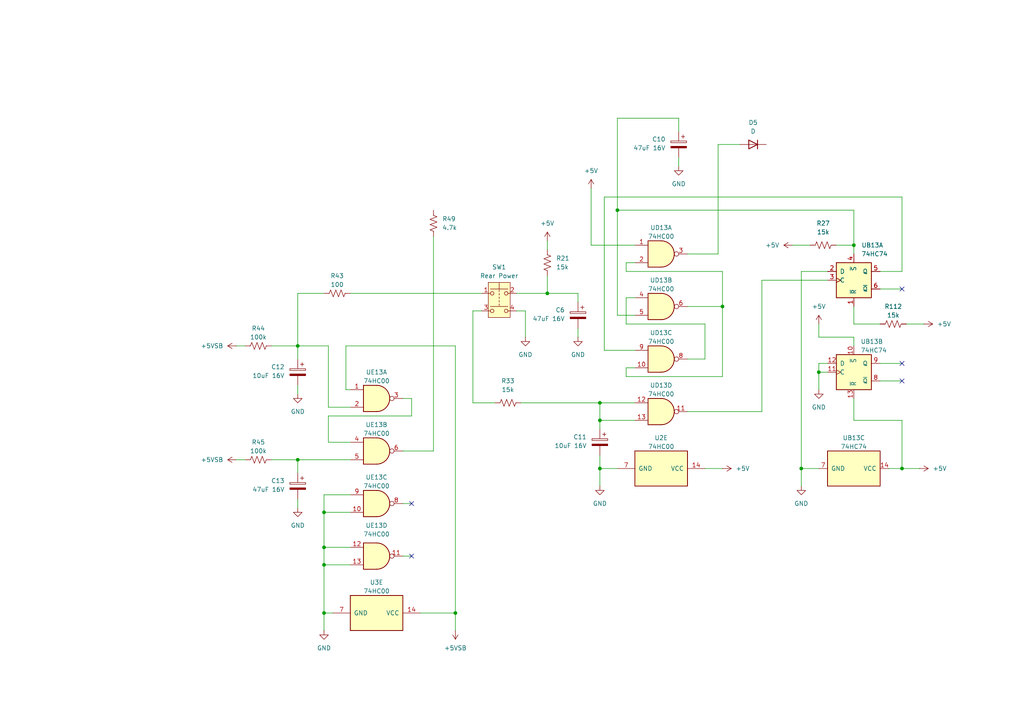
<source format=kicad_sch>
(kicad_sch
	(version 20231120)
	(generator "eeschema")
	(generator_version "8.0")
	(uuid "8fd27ab9-1fd6-4fcb-9967-31c073270cfd")
	(paper "A4")
	(title_block
		(title "Macintosh IIci Logic Board (74HC)")
	)
	(lib_symbols
		(symbol "+5V_1"
			(power)
			(pin_numbers hide)
			(pin_names
				(offset 0) hide)
			(exclude_from_sim no)
			(in_bom yes)
			(on_board yes)
			(property "Reference" "#PWR"
				(at 0 -3.81 0)
				(effects
					(font
						(size 1.27 1.27)
					)
					(hide yes)
				)
			)
			(property "Value" "+5V"
				(at 0 3.556 0)
				(effects
					(font
						(size 1.27 1.27)
					)
				)
			)
			(property "Footprint" ""
				(at 0 0 0)
				(effects
					(font
						(size 1.27 1.27)
					)
					(hide yes)
				)
			)
			(property "Datasheet" ""
				(at 0 0 0)
				(effects
					(font
						(size 1.27 1.27)
					)
					(hide yes)
				)
			)
			(property "Description" "Power symbol creates a global label with name \"+5V\""
				(at 0 0 0)
				(effects
					(font
						(size 1.27 1.27)
					)
					(hide yes)
				)
			)
			(property "ki_keywords" "global power"
				(at 0 0 0)
				(effects
					(font
						(size 1.27 1.27)
					)
					(hide yes)
				)
			)
			(symbol "+5V_1_0_1"
				(polyline
					(pts
						(xy -0.762 1.27) (xy 0 2.54)
					)
					(stroke
						(width 0)
						(type default)
					)
					(fill
						(type none)
					)
				)
				(polyline
					(pts
						(xy 0 0) (xy 0 2.54)
					)
					(stroke
						(width 0)
						(type default)
					)
					(fill
						(type none)
					)
				)
				(polyline
					(pts
						(xy 0 2.54) (xy 0.762 1.27)
					)
					(stroke
						(width 0)
						(type default)
					)
					(fill
						(type none)
					)
				)
			)
			(symbol "+5V_1_1_1"
				(pin power_in line
					(at 0 0 90)
					(length 0)
					(name "~"
						(effects
							(font
								(size 1.27 1.27)
							)
						)
					)
					(number "1"
						(effects
							(font
								(size 1.27 1.27)
							)
						)
					)
				)
			)
		)
		(symbol "74xx:74HC00"
			(pin_names
				(offset 1.016)
			)
			(exclude_from_sim no)
			(in_bom yes)
			(on_board yes)
			(property "Reference" "U"
				(at 0 1.27 0)
				(effects
					(font
						(size 1.27 1.27)
					)
				)
			)
			(property "Value" "74HC00"
				(at 0 -1.27 0)
				(effects
					(font
						(size 1.27 1.27)
					)
				)
			)
			(property "Footprint" ""
				(at 0 0 0)
				(effects
					(font
						(size 1.27 1.27)
					)
					(hide yes)
				)
			)
			(property "Datasheet" "http://www.ti.com/lit/gpn/sn74hc00"
				(at 0 0 0)
				(effects
					(font
						(size 1.27 1.27)
					)
					(hide yes)
				)
			)
			(property "Description" "quad 2-input NAND gate"
				(at 0 0 0)
				(effects
					(font
						(size 1.27 1.27)
					)
					(hide yes)
				)
			)
			(property "ki_locked" ""
				(at 0 0 0)
				(effects
					(font
						(size 1.27 1.27)
					)
				)
			)
			(property "ki_keywords" "HCMOS nand 2-input"
				(at 0 0 0)
				(effects
					(font
						(size 1.27 1.27)
					)
					(hide yes)
				)
			)
			(property "ki_fp_filters" "DIP*W7.62mm* SO14*"
				(at 0 0 0)
				(effects
					(font
						(size 1.27 1.27)
					)
					(hide yes)
				)
			)
			(symbol "74HC00_1_1"
				(arc
					(start 0 -3.81)
					(mid 3.7934 0)
					(end 0 3.81)
					(stroke
						(width 0.254)
						(type default)
					)
					(fill
						(type background)
					)
				)
				(polyline
					(pts
						(xy 0 3.81) (xy -3.81 3.81) (xy -3.81 -3.81) (xy 0 -3.81)
					)
					(stroke
						(width 0.254)
						(type default)
					)
					(fill
						(type background)
					)
				)
				(pin input line
					(at -7.62 2.54 0)
					(length 3.81)
					(name "~"
						(effects
							(font
								(size 1.27 1.27)
							)
						)
					)
					(number "1"
						(effects
							(font
								(size 1.27 1.27)
							)
						)
					)
				)
				(pin input line
					(at -7.62 -2.54 0)
					(length 3.81)
					(name "~"
						(effects
							(font
								(size 1.27 1.27)
							)
						)
					)
					(number "2"
						(effects
							(font
								(size 1.27 1.27)
							)
						)
					)
				)
				(pin output inverted
					(at 7.62 0 180)
					(length 3.81)
					(name "~"
						(effects
							(font
								(size 1.27 1.27)
							)
						)
					)
					(number "3"
						(effects
							(font
								(size 1.27 1.27)
							)
						)
					)
				)
			)
			(symbol "74HC00_1_2"
				(arc
					(start -3.81 -3.81)
					(mid -2.589 0)
					(end -3.81 3.81)
					(stroke
						(width 0.254)
						(type default)
					)
					(fill
						(type none)
					)
				)
				(arc
					(start -0.6096 -3.81)
					(mid 2.1842 -2.5851)
					(end 3.81 0)
					(stroke
						(width 0.254)
						(type default)
					)
					(fill
						(type background)
					)
				)
				(polyline
					(pts
						(xy -3.81 -3.81) (xy -0.635 -3.81)
					)
					(stroke
						(width 0.254)
						(type default)
					)
					(fill
						(type background)
					)
				)
				(polyline
					(pts
						(xy -3.81 3.81) (xy -0.635 3.81)
					)
					(stroke
						(width 0.254)
						(type default)
					)
					(fill
						(type background)
					)
				)
				(polyline
					(pts
						(xy -0.635 3.81) (xy -3.81 3.81) (xy -3.81 3.81) (xy -3.556 3.4036) (xy -3.0226 2.2606) (xy -2.6924 1.0414)
						(xy -2.6162 -0.254) (xy -2.7686 -1.4986) (xy -3.175 -2.7178) (xy -3.81 -3.81) (xy -3.81 -3.81)
						(xy -0.635 -3.81)
					)
					(stroke
						(width -25.4)
						(type default)
					)
					(fill
						(type background)
					)
				)
				(arc
					(start 3.81 0)
					(mid 2.1915 2.5936)
					(end -0.6096 3.81)
					(stroke
						(width 0.254)
						(type default)
					)
					(fill
						(type background)
					)
				)
				(pin input inverted
					(at -7.62 2.54 0)
					(length 4.318)
					(name "~"
						(effects
							(font
								(size 1.27 1.27)
							)
						)
					)
					(number "1"
						(effects
							(font
								(size 1.27 1.27)
							)
						)
					)
				)
				(pin input inverted
					(at -7.62 -2.54 0)
					(length 4.318)
					(name "~"
						(effects
							(font
								(size 1.27 1.27)
							)
						)
					)
					(number "2"
						(effects
							(font
								(size 1.27 1.27)
							)
						)
					)
				)
				(pin output line
					(at 7.62 0 180)
					(length 3.81)
					(name "~"
						(effects
							(font
								(size 1.27 1.27)
							)
						)
					)
					(number "3"
						(effects
							(font
								(size 1.27 1.27)
							)
						)
					)
				)
			)
			(symbol "74HC00_2_1"
				(arc
					(start 0 -3.81)
					(mid 3.7934 0)
					(end 0 3.81)
					(stroke
						(width 0.254)
						(type default)
					)
					(fill
						(type background)
					)
				)
				(polyline
					(pts
						(xy 0 3.81) (xy -3.81 3.81) (xy -3.81 -3.81) (xy 0 -3.81)
					)
					(stroke
						(width 0.254)
						(type default)
					)
					(fill
						(type background)
					)
				)
				(pin input line
					(at -7.62 2.54 0)
					(length 3.81)
					(name "~"
						(effects
							(font
								(size 1.27 1.27)
							)
						)
					)
					(number "4"
						(effects
							(font
								(size 1.27 1.27)
							)
						)
					)
				)
				(pin input line
					(at -7.62 -2.54 0)
					(length 3.81)
					(name "~"
						(effects
							(font
								(size 1.27 1.27)
							)
						)
					)
					(number "5"
						(effects
							(font
								(size 1.27 1.27)
							)
						)
					)
				)
				(pin output inverted
					(at 7.62 0 180)
					(length 3.81)
					(name "~"
						(effects
							(font
								(size 1.27 1.27)
							)
						)
					)
					(number "6"
						(effects
							(font
								(size 1.27 1.27)
							)
						)
					)
				)
			)
			(symbol "74HC00_2_2"
				(arc
					(start -3.81 -3.81)
					(mid -2.589 0)
					(end -3.81 3.81)
					(stroke
						(width 0.254)
						(type default)
					)
					(fill
						(type none)
					)
				)
				(arc
					(start -0.6096 -3.81)
					(mid 2.1842 -2.5851)
					(end 3.81 0)
					(stroke
						(width 0.254)
						(type default)
					)
					(fill
						(type background)
					)
				)
				(polyline
					(pts
						(xy -3.81 -3.81) (xy -0.635 -3.81)
					)
					(stroke
						(width 0.254)
						(type default)
					)
					(fill
						(type background)
					)
				)
				(polyline
					(pts
						(xy -3.81 3.81) (xy -0.635 3.81)
					)
					(stroke
						(width 0.254)
						(type default)
					)
					(fill
						(type background)
					)
				)
				(polyline
					(pts
						(xy -0.635 3.81) (xy -3.81 3.81) (xy -3.81 3.81) (xy -3.556 3.4036) (xy -3.0226 2.2606) (xy -2.6924 1.0414)
						(xy -2.6162 -0.254) (xy -2.7686 -1.4986) (xy -3.175 -2.7178) (xy -3.81 -3.81) (xy -3.81 -3.81)
						(xy -0.635 -3.81)
					)
					(stroke
						(width -25.4)
						(type default)
					)
					(fill
						(type background)
					)
				)
				(arc
					(start 3.81 0)
					(mid 2.1915 2.5936)
					(end -0.6096 3.81)
					(stroke
						(width 0.254)
						(type default)
					)
					(fill
						(type background)
					)
				)
				(pin input inverted
					(at -7.62 2.54 0)
					(length 4.318)
					(name "~"
						(effects
							(font
								(size 1.27 1.27)
							)
						)
					)
					(number "4"
						(effects
							(font
								(size 1.27 1.27)
							)
						)
					)
				)
				(pin input inverted
					(at -7.62 -2.54 0)
					(length 4.318)
					(name "~"
						(effects
							(font
								(size 1.27 1.27)
							)
						)
					)
					(number "5"
						(effects
							(font
								(size 1.27 1.27)
							)
						)
					)
				)
				(pin output line
					(at 7.62 0 180)
					(length 3.81)
					(name "~"
						(effects
							(font
								(size 1.27 1.27)
							)
						)
					)
					(number "6"
						(effects
							(font
								(size 1.27 1.27)
							)
						)
					)
				)
			)
			(symbol "74HC00_3_1"
				(arc
					(start 0 -3.81)
					(mid 3.7934 0)
					(end 0 3.81)
					(stroke
						(width 0.254)
						(type default)
					)
					(fill
						(type background)
					)
				)
				(polyline
					(pts
						(xy 0 3.81) (xy -3.81 3.81) (xy -3.81 -3.81) (xy 0 -3.81)
					)
					(stroke
						(width 0.254)
						(type default)
					)
					(fill
						(type background)
					)
				)
				(pin input line
					(at -7.62 -2.54 0)
					(length 3.81)
					(name "~"
						(effects
							(font
								(size 1.27 1.27)
							)
						)
					)
					(number "10"
						(effects
							(font
								(size 1.27 1.27)
							)
						)
					)
				)
				(pin output inverted
					(at 7.62 0 180)
					(length 3.81)
					(name "~"
						(effects
							(font
								(size 1.27 1.27)
							)
						)
					)
					(number "8"
						(effects
							(font
								(size 1.27 1.27)
							)
						)
					)
				)
				(pin input line
					(at -7.62 2.54 0)
					(length 3.81)
					(name "~"
						(effects
							(font
								(size 1.27 1.27)
							)
						)
					)
					(number "9"
						(effects
							(font
								(size 1.27 1.27)
							)
						)
					)
				)
			)
			(symbol "74HC00_3_2"
				(arc
					(start -3.81 -3.81)
					(mid -2.589 0)
					(end -3.81 3.81)
					(stroke
						(width 0.254)
						(type default)
					)
					(fill
						(type none)
					)
				)
				(arc
					(start -0.6096 -3.81)
					(mid 2.1842 -2.5851)
					(end 3.81 0)
					(stroke
						(width 0.254)
						(type default)
					)
					(fill
						(type background)
					)
				)
				(polyline
					(pts
						(xy -3.81 -3.81) (xy -0.635 -3.81)
					)
					(stroke
						(width 0.254)
						(type default)
					)
					(fill
						(type background)
					)
				)
				(polyline
					(pts
						(xy -3.81 3.81) (xy -0.635 3.81)
					)
					(stroke
						(width 0.254)
						(type default)
					)
					(fill
						(type background)
					)
				)
				(polyline
					(pts
						(xy -0.635 3.81) (xy -3.81 3.81) (xy -3.81 3.81) (xy -3.556 3.4036) (xy -3.0226 2.2606) (xy -2.6924 1.0414)
						(xy -2.6162 -0.254) (xy -2.7686 -1.4986) (xy -3.175 -2.7178) (xy -3.81 -3.81) (xy -3.81 -3.81)
						(xy -0.635 -3.81)
					)
					(stroke
						(width -25.4)
						(type default)
					)
					(fill
						(type background)
					)
				)
				(arc
					(start 3.81 0)
					(mid 2.1915 2.5936)
					(end -0.6096 3.81)
					(stroke
						(width 0.254)
						(type default)
					)
					(fill
						(type background)
					)
				)
				(pin input inverted
					(at -7.62 -2.54 0)
					(length 4.318)
					(name "~"
						(effects
							(font
								(size 1.27 1.27)
							)
						)
					)
					(number "10"
						(effects
							(font
								(size 1.27 1.27)
							)
						)
					)
				)
				(pin output line
					(at 7.62 0 180)
					(length 3.81)
					(name "~"
						(effects
							(font
								(size 1.27 1.27)
							)
						)
					)
					(number "8"
						(effects
							(font
								(size 1.27 1.27)
							)
						)
					)
				)
				(pin input inverted
					(at -7.62 2.54 0)
					(length 4.318)
					(name "~"
						(effects
							(font
								(size 1.27 1.27)
							)
						)
					)
					(number "9"
						(effects
							(font
								(size 1.27 1.27)
							)
						)
					)
				)
			)
			(symbol "74HC00_4_1"
				(arc
					(start 0 -3.81)
					(mid 3.7934 0)
					(end 0 3.81)
					(stroke
						(width 0.254)
						(type default)
					)
					(fill
						(type background)
					)
				)
				(polyline
					(pts
						(xy 0 3.81) (xy -3.81 3.81) (xy -3.81 -3.81) (xy 0 -3.81)
					)
					(stroke
						(width 0.254)
						(type default)
					)
					(fill
						(type background)
					)
				)
				(pin output inverted
					(at 7.62 0 180)
					(length 3.81)
					(name "~"
						(effects
							(font
								(size 1.27 1.27)
							)
						)
					)
					(number "11"
						(effects
							(font
								(size 1.27 1.27)
							)
						)
					)
				)
				(pin input line
					(at -7.62 2.54 0)
					(length 3.81)
					(name "~"
						(effects
							(font
								(size 1.27 1.27)
							)
						)
					)
					(number "12"
						(effects
							(font
								(size 1.27 1.27)
							)
						)
					)
				)
				(pin input line
					(at -7.62 -2.54 0)
					(length 3.81)
					(name "~"
						(effects
							(font
								(size 1.27 1.27)
							)
						)
					)
					(number "13"
						(effects
							(font
								(size 1.27 1.27)
							)
						)
					)
				)
			)
			(symbol "74HC00_4_2"
				(arc
					(start -3.81 -3.81)
					(mid -2.589 0)
					(end -3.81 3.81)
					(stroke
						(width 0.254)
						(type default)
					)
					(fill
						(type none)
					)
				)
				(arc
					(start -0.6096 -3.81)
					(mid 2.1842 -2.5851)
					(end 3.81 0)
					(stroke
						(width 0.254)
						(type default)
					)
					(fill
						(type background)
					)
				)
				(polyline
					(pts
						(xy -3.81 -3.81) (xy -0.635 -3.81)
					)
					(stroke
						(width 0.254)
						(type default)
					)
					(fill
						(type background)
					)
				)
				(polyline
					(pts
						(xy -3.81 3.81) (xy -0.635 3.81)
					)
					(stroke
						(width 0.254)
						(type default)
					)
					(fill
						(type background)
					)
				)
				(polyline
					(pts
						(xy -0.635 3.81) (xy -3.81 3.81) (xy -3.81 3.81) (xy -3.556 3.4036) (xy -3.0226 2.2606) (xy -2.6924 1.0414)
						(xy -2.6162 -0.254) (xy -2.7686 -1.4986) (xy -3.175 -2.7178) (xy -3.81 -3.81) (xy -3.81 -3.81)
						(xy -0.635 -3.81)
					)
					(stroke
						(width -25.4)
						(type default)
					)
					(fill
						(type background)
					)
				)
				(arc
					(start 3.81 0)
					(mid 2.1915 2.5936)
					(end -0.6096 3.81)
					(stroke
						(width 0.254)
						(type default)
					)
					(fill
						(type background)
					)
				)
				(pin output line
					(at 7.62 0 180)
					(length 3.81)
					(name "~"
						(effects
							(font
								(size 1.27 1.27)
							)
						)
					)
					(number "11"
						(effects
							(font
								(size 1.27 1.27)
							)
						)
					)
				)
				(pin input inverted
					(at -7.62 2.54 0)
					(length 4.318)
					(name "~"
						(effects
							(font
								(size 1.27 1.27)
							)
						)
					)
					(number "12"
						(effects
							(font
								(size 1.27 1.27)
							)
						)
					)
				)
				(pin input inverted
					(at -7.62 -2.54 0)
					(length 4.318)
					(name "~"
						(effects
							(font
								(size 1.27 1.27)
							)
						)
					)
					(number "13"
						(effects
							(font
								(size 1.27 1.27)
							)
						)
					)
				)
			)
			(symbol "74HC00_5_0"
				(pin power_in line
					(at 0 12.7 270)
					(length 5.08)
					(name "VCC"
						(effects
							(font
								(size 1.27 1.27)
							)
						)
					)
					(number "14"
						(effects
							(font
								(size 1.27 1.27)
							)
						)
					)
				)
				(pin power_in line
					(at 0 -12.7 90)
					(length 5.08)
					(name "GND"
						(effects
							(font
								(size 1.27 1.27)
							)
						)
					)
					(number "7"
						(effects
							(font
								(size 1.27 1.27)
							)
						)
					)
				)
			)
			(symbol "74HC00_5_1"
				(rectangle
					(start -5.08 7.62)
					(end 5.08 -7.62)
					(stroke
						(width 0.254)
						(type default)
					)
					(fill
						(type background)
					)
				)
			)
		)
		(symbol "74xx:74HC74"
			(pin_names
				(offset 1.016)
			)
			(exclude_from_sim no)
			(in_bom yes)
			(on_board yes)
			(property "Reference" "U"
				(at -7.62 8.89 0)
				(effects
					(font
						(size 1.27 1.27)
					)
				)
			)
			(property "Value" "74HC74"
				(at -7.62 -8.89 0)
				(effects
					(font
						(size 1.27 1.27)
					)
				)
			)
			(property "Footprint" ""
				(at 0 0 0)
				(effects
					(font
						(size 1.27 1.27)
					)
					(hide yes)
				)
			)
			(property "Datasheet" "74xx/74hc_hct74.pdf"
				(at 0 0 0)
				(effects
					(font
						(size 1.27 1.27)
					)
					(hide yes)
				)
			)
			(property "Description" "Dual D Flip-flop, Set & Reset"
				(at 0 0 0)
				(effects
					(font
						(size 1.27 1.27)
					)
					(hide yes)
				)
			)
			(property "ki_locked" ""
				(at 0 0 0)
				(effects
					(font
						(size 1.27 1.27)
					)
				)
			)
			(property "ki_keywords" "TTL DFF"
				(at 0 0 0)
				(effects
					(font
						(size 1.27 1.27)
					)
					(hide yes)
				)
			)
			(property "ki_fp_filters" "DIP*W7.62mm*"
				(at 0 0 0)
				(effects
					(font
						(size 1.27 1.27)
					)
					(hide yes)
				)
			)
			(symbol "74HC74_1_0"
				(pin input line
					(at 0 -7.62 90)
					(length 2.54)
					(name "~{R}"
						(effects
							(font
								(size 1.27 1.27)
							)
						)
					)
					(number "1"
						(effects
							(font
								(size 1.27 1.27)
							)
						)
					)
				)
				(pin input line
					(at -7.62 2.54 0)
					(length 2.54)
					(name "D"
						(effects
							(font
								(size 1.27 1.27)
							)
						)
					)
					(number "2"
						(effects
							(font
								(size 1.27 1.27)
							)
						)
					)
				)
				(pin input clock
					(at -7.62 0 0)
					(length 2.54)
					(name "C"
						(effects
							(font
								(size 1.27 1.27)
							)
						)
					)
					(number "3"
						(effects
							(font
								(size 1.27 1.27)
							)
						)
					)
				)
				(pin input line
					(at 0 7.62 270)
					(length 2.54)
					(name "~{S}"
						(effects
							(font
								(size 1.27 1.27)
							)
						)
					)
					(number "4"
						(effects
							(font
								(size 1.27 1.27)
							)
						)
					)
				)
				(pin output line
					(at 7.62 2.54 180)
					(length 2.54)
					(name "Q"
						(effects
							(font
								(size 1.27 1.27)
							)
						)
					)
					(number "5"
						(effects
							(font
								(size 1.27 1.27)
							)
						)
					)
				)
				(pin output line
					(at 7.62 -2.54 180)
					(length 2.54)
					(name "~{Q}"
						(effects
							(font
								(size 1.27 1.27)
							)
						)
					)
					(number "6"
						(effects
							(font
								(size 1.27 1.27)
							)
						)
					)
				)
			)
			(symbol "74HC74_1_1"
				(rectangle
					(start -5.08 5.08)
					(end 5.08 -5.08)
					(stroke
						(width 0.254)
						(type default)
					)
					(fill
						(type background)
					)
				)
			)
			(symbol "74HC74_2_0"
				(pin input line
					(at 0 7.62 270)
					(length 2.54)
					(name "~{S}"
						(effects
							(font
								(size 1.27 1.27)
							)
						)
					)
					(number "10"
						(effects
							(font
								(size 1.27 1.27)
							)
						)
					)
				)
				(pin input clock
					(at -7.62 0 0)
					(length 2.54)
					(name "C"
						(effects
							(font
								(size 1.27 1.27)
							)
						)
					)
					(number "11"
						(effects
							(font
								(size 1.27 1.27)
							)
						)
					)
				)
				(pin input line
					(at -7.62 2.54 0)
					(length 2.54)
					(name "D"
						(effects
							(font
								(size 1.27 1.27)
							)
						)
					)
					(number "12"
						(effects
							(font
								(size 1.27 1.27)
							)
						)
					)
				)
				(pin input line
					(at 0 -7.62 90)
					(length 2.54)
					(name "~{R}"
						(effects
							(font
								(size 1.27 1.27)
							)
						)
					)
					(number "13"
						(effects
							(font
								(size 1.27 1.27)
							)
						)
					)
				)
				(pin output line
					(at 7.62 -2.54 180)
					(length 2.54)
					(name "~{Q}"
						(effects
							(font
								(size 1.27 1.27)
							)
						)
					)
					(number "8"
						(effects
							(font
								(size 1.27 1.27)
							)
						)
					)
				)
				(pin output line
					(at 7.62 2.54 180)
					(length 2.54)
					(name "Q"
						(effects
							(font
								(size 1.27 1.27)
							)
						)
					)
					(number "9"
						(effects
							(font
								(size 1.27 1.27)
							)
						)
					)
				)
			)
			(symbol "74HC74_2_1"
				(rectangle
					(start -5.08 5.08)
					(end 5.08 -5.08)
					(stroke
						(width 0.254)
						(type default)
					)
					(fill
						(type background)
					)
				)
			)
			(symbol "74HC74_3_0"
				(pin power_in line
					(at 0 10.16 270)
					(length 2.54)
					(name "VCC"
						(effects
							(font
								(size 1.27 1.27)
							)
						)
					)
					(number "14"
						(effects
							(font
								(size 1.27 1.27)
							)
						)
					)
				)
				(pin power_in line
					(at 0 -10.16 90)
					(length 2.54)
					(name "GND"
						(effects
							(font
								(size 1.27 1.27)
							)
						)
					)
					(number "7"
						(effects
							(font
								(size 1.27 1.27)
							)
						)
					)
				)
			)
			(symbol "74HC74_3_1"
				(rectangle
					(start -5.08 7.62)
					(end 5.08 -7.62)
					(stroke
						(width 0.254)
						(type default)
					)
					(fill
						(type background)
					)
				)
			)
		)
		(symbol "Device:C_Polarized"
			(pin_numbers hide)
			(pin_names
				(offset 0.254)
			)
			(exclude_from_sim no)
			(in_bom yes)
			(on_board yes)
			(property "Reference" "C"
				(at 0.635 2.54 0)
				(effects
					(font
						(size 1.27 1.27)
					)
					(justify left)
				)
			)
			(property "Value" "C_Polarized"
				(at 0.635 -2.54 0)
				(effects
					(font
						(size 1.27 1.27)
					)
					(justify left)
				)
			)
			(property "Footprint" ""
				(at 0.9652 -3.81 0)
				(effects
					(font
						(size 1.27 1.27)
					)
					(hide yes)
				)
			)
			(property "Datasheet" "~"
				(at 0 0 0)
				(effects
					(font
						(size 1.27 1.27)
					)
					(hide yes)
				)
			)
			(property "Description" "Polarized capacitor"
				(at 0 0 0)
				(effects
					(font
						(size 1.27 1.27)
					)
					(hide yes)
				)
			)
			(property "ki_keywords" "cap capacitor"
				(at 0 0 0)
				(effects
					(font
						(size 1.27 1.27)
					)
					(hide yes)
				)
			)
			(property "ki_fp_filters" "CP_*"
				(at 0 0 0)
				(effects
					(font
						(size 1.27 1.27)
					)
					(hide yes)
				)
			)
			(symbol "C_Polarized_0_1"
				(rectangle
					(start -2.286 0.508)
					(end 2.286 1.016)
					(stroke
						(width 0)
						(type default)
					)
					(fill
						(type none)
					)
				)
				(polyline
					(pts
						(xy -1.778 2.286) (xy -0.762 2.286)
					)
					(stroke
						(width 0)
						(type default)
					)
					(fill
						(type none)
					)
				)
				(polyline
					(pts
						(xy -1.27 2.794) (xy -1.27 1.778)
					)
					(stroke
						(width 0)
						(type default)
					)
					(fill
						(type none)
					)
				)
				(rectangle
					(start 2.286 -0.508)
					(end -2.286 -1.016)
					(stroke
						(width 0)
						(type default)
					)
					(fill
						(type outline)
					)
				)
			)
			(symbol "C_Polarized_1_1"
				(pin passive line
					(at 0 3.81 270)
					(length 2.794)
					(name "~"
						(effects
							(font
								(size 1.27 1.27)
							)
						)
					)
					(number "1"
						(effects
							(font
								(size 1.27 1.27)
							)
						)
					)
				)
				(pin passive line
					(at 0 -3.81 90)
					(length 2.794)
					(name "~"
						(effects
							(font
								(size 1.27 1.27)
							)
						)
					)
					(number "2"
						(effects
							(font
								(size 1.27 1.27)
							)
						)
					)
				)
			)
		)
		(symbol "Device:D"
			(pin_numbers hide)
			(pin_names
				(offset 1.016) hide)
			(exclude_from_sim no)
			(in_bom yes)
			(on_board yes)
			(property "Reference" "D"
				(at 0 2.54 0)
				(effects
					(font
						(size 1.27 1.27)
					)
				)
			)
			(property "Value" "D"
				(at 0 -2.54 0)
				(effects
					(font
						(size 1.27 1.27)
					)
				)
			)
			(property "Footprint" ""
				(at 0 0 0)
				(effects
					(font
						(size 1.27 1.27)
					)
					(hide yes)
				)
			)
			(property "Datasheet" "~"
				(at 0 0 0)
				(effects
					(font
						(size 1.27 1.27)
					)
					(hide yes)
				)
			)
			(property "Description" "Diode"
				(at 0 0 0)
				(effects
					(font
						(size 1.27 1.27)
					)
					(hide yes)
				)
			)
			(property "Sim.Device" "D"
				(at 0 0 0)
				(effects
					(font
						(size 1.27 1.27)
					)
					(hide yes)
				)
			)
			(property "Sim.Pins" "1=K 2=A"
				(at 0 0 0)
				(effects
					(font
						(size 1.27 1.27)
					)
					(hide yes)
				)
			)
			(property "ki_keywords" "diode"
				(at 0 0 0)
				(effects
					(font
						(size 1.27 1.27)
					)
					(hide yes)
				)
			)
			(property "ki_fp_filters" "TO-???* *_Diode_* *SingleDiode* D_*"
				(at 0 0 0)
				(effects
					(font
						(size 1.27 1.27)
					)
					(hide yes)
				)
			)
			(symbol "D_0_1"
				(polyline
					(pts
						(xy -1.27 1.27) (xy -1.27 -1.27)
					)
					(stroke
						(width 0.254)
						(type default)
					)
					(fill
						(type none)
					)
				)
				(polyline
					(pts
						(xy 1.27 0) (xy -1.27 0)
					)
					(stroke
						(width 0)
						(type default)
					)
					(fill
						(type none)
					)
				)
				(polyline
					(pts
						(xy 1.27 1.27) (xy 1.27 -1.27) (xy -1.27 0) (xy 1.27 1.27)
					)
					(stroke
						(width 0.254)
						(type default)
					)
					(fill
						(type none)
					)
				)
			)
			(symbol "D_1_1"
				(pin passive line
					(at -3.81 0 0)
					(length 2.54)
					(name "K"
						(effects
							(font
								(size 1.27 1.27)
							)
						)
					)
					(number "1"
						(effects
							(font
								(size 1.27 1.27)
							)
						)
					)
				)
				(pin passive line
					(at 3.81 0 180)
					(length 2.54)
					(name "A"
						(effects
							(font
								(size 1.27 1.27)
							)
						)
					)
					(number "2"
						(effects
							(font
								(size 1.27 1.27)
							)
						)
					)
				)
			)
		)
		(symbol "Device:R_US"
			(pin_numbers hide)
			(pin_names
				(offset 0)
			)
			(exclude_from_sim no)
			(in_bom yes)
			(on_board yes)
			(property "Reference" "R"
				(at 2.54 0 90)
				(effects
					(font
						(size 1.27 1.27)
					)
				)
			)
			(property "Value" "R_US"
				(at -2.54 0 90)
				(effects
					(font
						(size 1.27 1.27)
					)
				)
			)
			(property "Footprint" ""
				(at 1.016 -0.254 90)
				(effects
					(font
						(size 1.27 1.27)
					)
					(hide yes)
				)
			)
			(property "Datasheet" "~"
				(at 0 0 0)
				(effects
					(font
						(size 1.27 1.27)
					)
					(hide yes)
				)
			)
			(property "Description" "Resistor, US symbol"
				(at 0 0 0)
				(effects
					(font
						(size 1.27 1.27)
					)
					(hide yes)
				)
			)
			(property "ki_keywords" "R res resistor"
				(at 0 0 0)
				(effects
					(font
						(size 1.27 1.27)
					)
					(hide yes)
				)
			)
			(property "ki_fp_filters" "R_*"
				(at 0 0 0)
				(effects
					(font
						(size 1.27 1.27)
					)
					(hide yes)
				)
			)
			(symbol "R_US_0_1"
				(polyline
					(pts
						(xy 0 -2.286) (xy 0 -2.54)
					)
					(stroke
						(width 0)
						(type default)
					)
					(fill
						(type none)
					)
				)
				(polyline
					(pts
						(xy 0 2.286) (xy 0 2.54)
					)
					(stroke
						(width 0)
						(type default)
					)
					(fill
						(type none)
					)
				)
				(polyline
					(pts
						(xy 0 -0.762) (xy 1.016 -1.143) (xy 0 -1.524) (xy -1.016 -1.905) (xy 0 -2.286)
					)
					(stroke
						(width 0)
						(type default)
					)
					(fill
						(type none)
					)
				)
				(polyline
					(pts
						(xy 0 0.762) (xy 1.016 0.381) (xy 0 0) (xy -1.016 -0.381) (xy 0 -0.762)
					)
					(stroke
						(width 0)
						(type default)
					)
					(fill
						(type none)
					)
				)
				(polyline
					(pts
						(xy 0 2.286) (xy 1.016 1.905) (xy 0 1.524) (xy -1.016 1.143) (xy 0 0.762)
					)
					(stroke
						(width 0)
						(type default)
					)
					(fill
						(type none)
					)
				)
			)
			(symbol "R_US_1_1"
				(pin passive line
					(at 0 3.81 270)
					(length 1.27)
					(name "~"
						(effects
							(font
								(size 1.27 1.27)
							)
						)
					)
					(number "1"
						(effects
							(font
								(size 1.27 1.27)
							)
						)
					)
				)
				(pin passive line
					(at 0 -3.81 90)
					(length 1.27)
					(name "~"
						(effects
							(font
								(size 1.27 1.27)
							)
						)
					)
					(number "2"
						(effects
							(font
								(size 1.27 1.27)
							)
						)
					)
				)
			)
		)
		(symbol "Switch:SW_Push_Dual"
			(pin_names
				(offset 1.016) hide)
			(exclude_from_sim no)
			(in_bom yes)
			(on_board yes)
			(property "Reference" "SW"
				(at 0 7.62 0)
				(effects
					(font
						(size 1.27 1.27)
					)
				)
			)
			(property "Value" "SW_Push_Dual"
				(at 0 -6.35 0)
				(effects
					(font
						(size 1.27 1.27)
					)
				)
			)
			(property "Footprint" ""
				(at 0 7.62 0)
				(effects
					(font
						(size 1.27 1.27)
					)
					(hide yes)
				)
			)
			(property "Datasheet" "~"
				(at 0 0 0)
				(effects
					(font
						(size 1.27 1.27)
					)
					(hide yes)
				)
			)
			(property "Description" "Push button switch, generic, symbol, four pins"
				(at 0 0 0)
				(effects
					(font
						(size 1.27 1.27)
					)
					(hide yes)
				)
			)
			(property "ki_keywords" "switch normally-open pushbutton push-button"
				(at 0 0 0)
				(effects
					(font
						(size 1.27 1.27)
					)
					(hide yes)
				)
			)
			(symbol "SW_Push_Dual_0_1"
				(circle
					(center -2.032 -2.54)
					(radius 0.508)
					(stroke
						(width 0)
						(type default)
					)
					(fill
						(type none)
					)
				)
				(circle
					(center -2.032 2.54)
					(radius 0.508)
					(stroke
						(width 0)
						(type default)
					)
					(fill
						(type none)
					)
				)
				(polyline
					(pts
						(xy 0 -0.508) (xy 0 -1.016)
					)
					(stroke
						(width 0)
						(type default)
					)
					(fill
						(type none)
					)
				)
				(polyline
					(pts
						(xy 0 0.508) (xy 0 0)
					)
					(stroke
						(width 0)
						(type default)
					)
					(fill
						(type none)
					)
				)
				(polyline
					(pts
						(xy 0 1.016) (xy 0 1.524)
					)
					(stroke
						(width 0)
						(type default)
					)
					(fill
						(type none)
					)
				)
				(polyline
					(pts
						(xy 0 2.032) (xy 0 2.54)
					)
					(stroke
						(width 0)
						(type default)
					)
					(fill
						(type none)
					)
				)
				(polyline
					(pts
						(xy 0 3.048) (xy 0 3.556)
					)
					(stroke
						(width 0)
						(type default)
					)
					(fill
						(type none)
					)
				)
				(polyline
					(pts
						(xy 0 3.81) (xy 0 5.588)
					)
					(stroke
						(width 0)
						(type default)
					)
					(fill
						(type none)
					)
				)
				(polyline
					(pts
						(xy 2.54 -1.27) (xy -2.54 -1.27)
					)
					(stroke
						(width 0)
						(type default)
					)
					(fill
						(type none)
					)
				)
				(polyline
					(pts
						(xy 2.54 3.81) (xy -2.54 3.81)
					)
					(stroke
						(width 0)
						(type default)
					)
					(fill
						(type none)
					)
				)
				(circle
					(center 2.032 -2.54)
					(radius 0.508)
					(stroke
						(width 0)
						(type default)
					)
					(fill
						(type none)
					)
				)
				(circle
					(center 2.032 2.54)
					(radius 0.508)
					(stroke
						(width 0)
						(type default)
					)
					(fill
						(type none)
					)
				)
				(pin passive line
					(at -5.08 2.54 0)
					(length 2.54)
					(name "1"
						(effects
							(font
								(size 1.27 1.27)
							)
						)
					)
					(number "1"
						(effects
							(font
								(size 1.27 1.27)
							)
						)
					)
				)
				(pin passive line
					(at 5.08 2.54 180)
					(length 2.54)
					(name "2"
						(effects
							(font
								(size 1.27 1.27)
							)
						)
					)
					(number "2"
						(effects
							(font
								(size 1.27 1.27)
							)
						)
					)
				)
				(pin passive line
					(at -5.08 -2.54 0)
					(length 2.54)
					(name "3"
						(effects
							(font
								(size 1.27 1.27)
							)
						)
					)
					(number "3"
						(effects
							(font
								(size 1.27 1.27)
							)
						)
					)
				)
				(pin passive line
					(at 5.08 -2.54 180)
					(length 2.54)
					(name "4"
						(effects
							(font
								(size 1.27 1.27)
							)
						)
					)
					(number "4"
						(effects
							(font
								(size 1.27 1.27)
							)
						)
					)
				)
			)
			(symbol "SW_Push_Dual_1_1"
				(rectangle
					(start -3.175 5.715)
					(end 3.175 -4.445)
					(stroke
						(width 0)
						(type default)
					)
					(fill
						(type background)
					)
				)
			)
		)
		(symbol "power:+5V"
			(power)
			(pin_numbers hide)
			(pin_names
				(offset 0) hide)
			(exclude_from_sim no)
			(in_bom yes)
			(on_board yes)
			(property "Reference" "#PWR"
				(at 0 -3.81 0)
				(effects
					(font
						(size 1.27 1.27)
					)
					(hide yes)
				)
			)
			(property "Value" "+5V"
				(at 0 3.556 0)
				(effects
					(font
						(size 1.27 1.27)
					)
				)
			)
			(property "Footprint" ""
				(at 0 0 0)
				(effects
					(font
						(size 1.27 1.27)
					)
					(hide yes)
				)
			)
			(property "Datasheet" ""
				(at 0 0 0)
				(effects
					(font
						(size 1.27 1.27)
					)
					(hide yes)
				)
			)
			(property "Description" "Power symbol creates a global label with name \"+5V\""
				(at 0 0 0)
				(effects
					(font
						(size 1.27 1.27)
					)
					(hide yes)
				)
			)
			(property "ki_keywords" "global power"
				(at 0 0 0)
				(effects
					(font
						(size 1.27 1.27)
					)
					(hide yes)
				)
			)
			(symbol "+5V_0_1"
				(polyline
					(pts
						(xy -0.762 1.27) (xy 0 2.54)
					)
					(stroke
						(width 0)
						(type default)
					)
					(fill
						(type none)
					)
				)
				(polyline
					(pts
						(xy 0 0) (xy 0 2.54)
					)
					(stroke
						(width 0)
						(type default)
					)
					(fill
						(type none)
					)
				)
				(polyline
					(pts
						(xy 0 2.54) (xy 0.762 1.27)
					)
					(stroke
						(width 0)
						(type default)
					)
					(fill
						(type none)
					)
				)
			)
			(symbol "+5V_1_1"
				(pin power_in line
					(at 0 0 90)
					(length 0)
					(name "~"
						(effects
							(font
								(size 1.27 1.27)
							)
						)
					)
					(number "1"
						(effects
							(font
								(size 1.27 1.27)
							)
						)
					)
				)
			)
		)
		(symbol "power:GND"
			(power)
			(pin_numbers hide)
			(pin_names
				(offset 0) hide)
			(exclude_from_sim no)
			(in_bom yes)
			(on_board yes)
			(property "Reference" "#PWR"
				(at 0 -6.35 0)
				(effects
					(font
						(size 1.27 1.27)
					)
					(hide yes)
				)
			)
			(property "Value" "GND"
				(at 0 -3.81 0)
				(effects
					(font
						(size 1.27 1.27)
					)
				)
			)
			(property "Footprint" ""
				(at 0 0 0)
				(effects
					(font
						(size 1.27 1.27)
					)
					(hide yes)
				)
			)
			(property "Datasheet" ""
				(at 0 0 0)
				(effects
					(font
						(size 1.27 1.27)
					)
					(hide yes)
				)
			)
			(property "Description" "Power symbol creates a global label with name \"GND\" , ground"
				(at 0 0 0)
				(effects
					(font
						(size 1.27 1.27)
					)
					(hide yes)
				)
			)
			(property "ki_keywords" "global power"
				(at 0 0 0)
				(effects
					(font
						(size 1.27 1.27)
					)
					(hide yes)
				)
			)
			(symbol "GND_0_1"
				(polyline
					(pts
						(xy 0 0) (xy 0 -1.27) (xy 1.27 -1.27) (xy 0 -2.54) (xy -1.27 -1.27) (xy 0 -1.27)
					)
					(stroke
						(width 0)
						(type default)
					)
					(fill
						(type none)
					)
				)
			)
			(symbol "GND_1_1"
				(pin power_in line
					(at 0 0 270)
					(length 0)
					(name "~"
						(effects
							(font
								(size 1.27 1.27)
							)
						)
					)
					(number "1"
						(effects
							(font
								(size 1.27 1.27)
							)
						)
					)
				)
			)
		)
	)
	(junction
		(at 86.36 133.35)
		(diameter 0)
		(color 0 0 0 0)
		(uuid "0baa5dd0-a98d-4588-b9a5-28457befbd33")
	)
	(junction
		(at 173.99 121.92)
		(diameter 0)
		(color 0 0 0 0)
		(uuid "0e6b567e-b70f-436a-ae1d-3ae51bc87f3a")
	)
	(junction
		(at 247.65 71.12)
		(diameter 0)
		(color 0 0 0 0)
		(uuid "0f23e947-5377-41d1-9b8c-f975118a8981")
	)
	(junction
		(at 86.36 100.33)
		(diameter 0)
		(color 0 0 0 0)
		(uuid "1cbb053f-385f-488d-92b4-438bc026acec")
	)
	(junction
		(at 173.99 135.89)
		(diameter 0)
		(color 0 0 0 0)
		(uuid "309c7455-d9bf-43a8-b547-312187a00bec")
	)
	(junction
		(at 209.55 88.9)
		(diameter 0)
		(color 0 0 0 0)
		(uuid "70d5a4e4-8e3b-4d36-b488-41766cc633c4")
	)
	(junction
		(at 93.98 158.75)
		(diameter 0)
		(color 0 0 0 0)
		(uuid "73943f31-7364-4567-b055-d17a6fce7bd5")
	)
	(junction
		(at 179.07 60.96)
		(diameter 0)
		(color 0 0 0 0)
		(uuid "82ac7875-bdb8-4eca-b733-5d03387158cc")
	)
	(junction
		(at 232.41 135.89)
		(diameter 0)
		(color 0 0 0 0)
		(uuid "858ab96b-17b0-4880-ab47-9cbf998f5309")
	)
	(junction
		(at 173.99 116.84)
		(diameter 0)
		(color 0 0 0 0)
		(uuid "99ccc590-88a0-4034-9694-83d64e979de0")
	)
	(junction
		(at 93.98 177.8)
		(diameter 0)
		(color 0 0 0 0)
		(uuid "bcaccc3f-1ceb-4279-bc9c-6348e57525c6")
	)
	(junction
		(at 237.49 107.95)
		(diameter 0)
		(color 0 0 0 0)
		(uuid "bde066f2-4b3e-4bd0-b638-27e058c09048")
	)
	(junction
		(at 93.98 148.59)
		(diameter 0)
		(color 0 0 0 0)
		(uuid "c3f8c4f0-4aff-4a39-a957-e0945abb755f")
	)
	(junction
		(at 93.98 163.83)
		(diameter 0)
		(color 0 0 0 0)
		(uuid "d6306f58-4711-4799-9bfe-8062e5cefbd5")
	)
	(junction
		(at 132.08 177.8)
		(diameter 0)
		(color 0 0 0 0)
		(uuid "e174f8fc-65bb-49d4-8b50-e23b0002f8fa")
	)
	(junction
		(at 261.62 135.89)
		(diameter 0)
		(color 0 0 0 0)
		(uuid "ea9a34ed-cc3c-48e1-b54f-059d3a7d9576")
	)
	(junction
		(at 158.75 85.09)
		(diameter 0)
		(color 0 0 0 0)
		(uuid "f2a5d139-d2d8-4f04-8c74-7694b9e55b61")
	)
	(no_connect
		(at 261.62 83.82)
		(uuid "13c9dbbf-2386-47b4-894a-5a1b4d85e873")
	)
	(no_connect
		(at 119.38 161.29)
		(uuid "51d9f39c-f0fc-4b24-b9db-968539a16619")
	)
	(no_connect
		(at 261.62 110.49)
		(uuid "635b5812-b3a1-47de-8843-6c167ecf2ac4")
	)
	(no_connect
		(at 119.38 146.05)
		(uuid "73b1e9d0-10d8-481e-b2c7-6cc082771e5c")
	)
	(no_connect
		(at 261.62 105.41)
		(uuid "da55dcb6-ba47-45f3-b791-4fbb1ee443f7")
	)
	(wire
		(pts
			(xy 261.62 135.89) (xy 266.7 135.89)
		)
		(stroke
			(width 0)
			(type default)
		)
		(uuid "08889427-2fd6-47f0-ab40-a2fdd4b249bd")
	)
	(wire
		(pts
			(xy 167.64 85.09) (xy 158.75 85.09)
		)
		(stroke
			(width 0)
			(type default)
		)
		(uuid "08985f26-a008-4f03-8a6f-fe286696d7b0")
	)
	(wire
		(pts
			(xy 262.89 93.98) (xy 267.97 93.98)
		)
		(stroke
			(width 0)
			(type default)
		)
		(uuid "08e7f2d2-55c4-4d73-8f37-eb7c5f4e63e8")
	)
	(wire
		(pts
			(xy 261.62 78.74) (xy 261.62 57.15)
		)
		(stroke
			(width 0)
			(type default)
		)
		(uuid "0967d5ac-9665-4f37-9c28-2a81aff91e37")
	)
	(wire
		(pts
			(xy 261.62 121.92) (xy 247.65 121.92)
		)
		(stroke
			(width 0)
			(type default)
		)
		(uuid "0b8e28a6-f83f-4f24-a852-01b2dc15c926")
	)
	(wire
		(pts
			(xy 132.08 177.8) (xy 132.08 100.33)
		)
		(stroke
			(width 0)
			(type default)
		)
		(uuid "0d03c8bf-10ae-4d7f-b82d-074ae1a7f1bb")
	)
	(wire
		(pts
			(xy 171.45 54.61) (xy 171.45 71.12)
		)
		(stroke
			(width 0)
			(type default)
		)
		(uuid "1098341f-892a-40ce-8ae3-882e25675cd1")
	)
	(wire
		(pts
			(xy 196.85 45.72) (xy 196.85 48.26)
		)
		(stroke
			(width 0)
			(type default)
		)
		(uuid "1161b192-b5d1-40b7-a1e8-2805563e4720")
	)
	(wire
		(pts
			(xy 95.25 100.33) (xy 95.25 118.11)
		)
		(stroke
			(width 0)
			(type default)
		)
		(uuid "11deba2a-f508-40fa-9f74-f5d71184b200")
	)
	(wire
		(pts
			(xy 95.25 118.11) (xy 101.6 118.11)
		)
		(stroke
			(width 0)
			(type default)
		)
		(uuid "14742b60-9644-4cea-a1ec-cb8b1407ba60")
	)
	(wire
		(pts
			(xy 86.36 144.78) (xy 86.36 147.32)
		)
		(stroke
			(width 0)
			(type default)
		)
		(uuid "16aad725-3eb0-4a14-a586-fcbf69b6f731")
	)
	(wire
		(pts
			(xy 86.36 100.33) (xy 95.25 100.33)
		)
		(stroke
			(width 0)
			(type default)
		)
		(uuid "16ef0364-33b6-4ace-a9d6-be4c3ad43154")
	)
	(wire
		(pts
			(xy 167.64 95.25) (xy 167.64 97.79)
		)
		(stroke
			(width 0)
			(type default)
		)
		(uuid "1967b96a-5a22-4ec6-b04e-0866300d1891")
	)
	(wire
		(pts
			(xy 255.27 78.74) (xy 261.62 78.74)
		)
		(stroke
			(width 0)
			(type default)
		)
		(uuid "1c7a262f-910c-4979-bc9a-b074586249c2")
	)
	(wire
		(pts
			(xy 101.6 85.09) (xy 139.7 85.09)
		)
		(stroke
			(width 0)
			(type default)
		)
		(uuid "1ce10fc9-29d7-4e5e-b868-d76f4a6990fc")
	)
	(wire
		(pts
			(xy 119.38 161.29) (xy 116.84 161.29)
		)
		(stroke
			(width 0)
			(type default)
		)
		(uuid "21792834-8b1a-4437-a57f-1d7b8cfed3da")
	)
	(wire
		(pts
			(xy 232.41 140.97) (xy 232.41 135.89)
		)
		(stroke
			(width 0)
			(type default)
		)
		(uuid "29f5beb4-af3b-4dc8-98e8-954d1ef9f302")
	)
	(wire
		(pts
			(xy 93.98 158.75) (xy 101.6 158.75)
		)
		(stroke
			(width 0)
			(type default)
		)
		(uuid "2a9ef4ad-1f48-4e6a-a1e8-521e7b28acfe")
	)
	(wire
		(pts
			(xy 204.47 93.98) (xy 204.47 104.14)
		)
		(stroke
			(width 0)
			(type default)
		)
		(uuid "3576b4d8-91bb-40ae-8e0b-d935e80511a9")
	)
	(wire
		(pts
			(xy 220.98 81.28) (xy 240.03 81.28)
		)
		(stroke
			(width 0)
			(type default)
		)
		(uuid "360957d5-720e-4307-8522-72075774805f")
	)
	(wire
		(pts
			(xy 181.61 78.74) (xy 209.55 78.74)
		)
		(stroke
			(width 0)
			(type default)
		)
		(uuid "3656ed7f-212b-4256-9d3b-898e2e352c73")
	)
	(wire
		(pts
			(xy 199.39 88.9) (xy 209.55 88.9)
		)
		(stroke
			(width 0)
			(type default)
		)
		(uuid "3dc85a89-2ec5-4d5a-ba30-7a33aea5d63d")
	)
	(wire
		(pts
			(xy 261.62 105.41) (xy 255.27 105.41)
		)
		(stroke
			(width 0)
			(type default)
		)
		(uuid "3f0d4efa-06bd-4b98-b789-453be779ee90")
	)
	(wire
		(pts
			(xy 149.86 85.09) (xy 158.75 85.09)
		)
		(stroke
			(width 0)
			(type default)
		)
		(uuid "3f368493-5b80-4af9-ad20-5a57184015a4")
	)
	(wire
		(pts
			(xy 100.33 113.03) (xy 101.6 113.03)
		)
		(stroke
			(width 0)
			(type default)
		)
		(uuid "3fc89ac8-a37b-46ec-87b9-c02358f6e897")
	)
	(wire
		(pts
			(xy 100.33 100.33) (xy 100.33 113.03)
		)
		(stroke
			(width 0)
			(type default)
		)
		(uuid "45e9e164-317e-4c83-9a37-5997ca27feb5")
	)
	(wire
		(pts
			(xy 173.99 135.89) (xy 179.07 135.89)
		)
		(stroke
			(width 0)
			(type default)
		)
		(uuid "4699be3a-57b5-4719-a42b-d8fefc4722ed")
	)
	(wire
		(pts
			(xy 137.16 116.84) (xy 143.51 116.84)
		)
		(stroke
			(width 0)
			(type default)
		)
		(uuid "4ab015be-7f1d-46e0-a97a-c219575342ae")
	)
	(wire
		(pts
			(xy 78.74 133.35) (xy 86.36 133.35)
		)
		(stroke
			(width 0)
			(type default)
		)
		(uuid "4b3ac3d1-9354-4436-9929-1dcad9a63f51")
	)
	(wire
		(pts
			(xy 173.99 121.92) (xy 184.15 121.92)
		)
		(stroke
			(width 0)
			(type default)
		)
		(uuid "4d80d357-bada-4aa7-a275-67bf3ec2ff73")
	)
	(wire
		(pts
			(xy 86.36 133.35) (xy 86.36 137.16)
		)
		(stroke
			(width 0)
			(type default)
		)
		(uuid "5222fe34-e5e7-4a38-9c29-e05aa1ecd15d")
	)
	(wire
		(pts
			(xy 237.49 107.95) (xy 237.49 105.41)
		)
		(stroke
			(width 0)
			(type default)
		)
		(uuid "52a63ef8-2a26-4157-978c-f59df646d469")
	)
	(wire
		(pts
			(xy 208.28 41.91) (xy 214.63 41.91)
		)
		(stroke
			(width 0)
			(type default)
		)
		(uuid "533dd410-9f16-4590-a99e-f7e0d73162c8")
	)
	(wire
		(pts
			(xy 152.4 97.79) (xy 152.4 90.17)
		)
		(stroke
			(width 0)
			(type default)
		)
		(uuid "57f1b1a9-1149-467c-9135-933ee4eb22f6")
	)
	(wire
		(pts
			(xy 240.03 105.41) (xy 237.49 105.41)
		)
		(stroke
			(width 0)
			(type default)
		)
		(uuid "5aea71e2-9154-430e-81f3-f90160463717")
	)
	(wire
		(pts
			(xy 204.47 135.89) (xy 209.55 135.89)
		)
		(stroke
			(width 0)
			(type default)
		)
		(uuid "5b49960f-a42f-42bd-af4f-28e574d1d5cb")
	)
	(wire
		(pts
			(xy 181.61 106.68) (xy 184.15 106.68)
		)
		(stroke
			(width 0)
			(type default)
		)
		(uuid "5b8c4410-98ef-46a6-9f8d-cbb4e3136eb4")
	)
	(wire
		(pts
			(xy 261.62 135.89) (xy 261.62 121.92)
		)
		(stroke
			(width 0)
			(type default)
		)
		(uuid "5eab5b42-bcf1-4eed-87f8-29d66e613af5")
	)
	(wire
		(pts
			(xy 93.98 177.8) (xy 93.98 182.88)
		)
		(stroke
			(width 0)
			(type default)
		)
		(uuid "608ffe16-53bc-46b0-89b8-418b466a3aec")
	)
	(wire
		(pts
			(xy 71.12 100.33) (xy 68.58 100.33)
		)
		(stroke
			(width 0)
			(type default)
		)
		(uuid "62d47bec-d3ba-4979-b879-7e5f839e8466")
	)
	(wire
		(pts
			(xy 208.28 73.66) (xy 208.28 41.91)
		)
		(stroke
			(width 0)
			(type default)
		)
		(uuid "65599b48-9333-4499-ab9d-591b35e27570")
	)
	(wire
		(pts
			(xy 173.99 121.92) (xy 173.99 124.46)
		)
		(stroke
			(width 0)
			(type default)
		)
		(uuid "65fb13f0-1659-4c46-a759-0dabc0f61f0b")
	)
	(wire
		(pts
			(xy 93.98 177.8) (xy 96.52 177.8)
		)
		(stroke
			(width 0)
			(type default)
		)
		(uuid "6661f9a5-fe25-4887-bffb-5af4df6b1a70")
	)
	(wire
		(pts
			(xy 209.55 109.22) (xy 181.61 109.22)
		)
		(stroke
			(width 0)
			(type default)
		)
		(uuid "6ac5b42a-b497-443f-8698-56cab4c6267e")
	)
	(wire
		(pts
			(xy 93.98 163.83) (xy 101.6 163.83)
		)
		(stroke
			(width 0)
			(type default)
		)
		(uuid "6c986b2e-9bb7-41a6-8455-4ff76ed1d125")
	)
	(wire
		(pts
			(xy 95.25 120.65) (xy 95.25 128.27)
		)
		(stroke
			(width 0)
			(type default)
		)
		(uuid "6d286287-fde9-4ecc-9391-9109b65dbe72")
	)
	(wire
		(pts
			(xy 93.98 85.09) (xy 86.36 85.09)
		)
		(stroke
			(width 0)
			(type default)
		)
		(uuid "6d998234-ae89-43fc-8200-9a7af6daef27")
	)
	(wire
		(pts
			(xy 86.36 100.33) (xy 86.36 104.14)
		)
		(stroke
			(width 0)
			(type default)
		)
		(uuid "70a725ca-02d9-4f45-b665-1eba5edbbf1a")
	)
	(wire
		(pts
			(xy 173.99 132.08) (xy 173.99 135.89)
		)
		(stroke
			(width 0)
			(type default)
		)
		(uuid "71e503b3-bdfb-4c76-93ec-0cfd9b99a938")
	)
	(wire
		(pts
			(xy 173.99 116.84) (xy 173.99 121.92)
		)
		(stroke
			(width 0)
			(type default)
		)
		(uuid "73a20f9b-c1d4-436b-9c6b-5f2bc14082b1")
	)
	(wire
		(pts
			(xy 184.15 86.36) (xy 181.61 86.36)
		)
		(stroke
			(width 0)
			(type default)
		)
		(uuid "7482cae1-785d-4660-b8cd-64203c4324e5")
	)
	(wire
		(pts
			(xy 232.41 78.74) (xy 232.41 135.89)
		)
		(stroke
			(width 0)
			(type default)
		)
		(uuid "750ce18b-010c-4fff-8d90-acc042110200")
	)
	(wire
		(pts
			(xy 247.65 97.79) (xy 247.65 100.33)
		)
		(stroke
			(width 0)
			(type default)
		)
		(uuid "79c799df-4faa-4b3a-8379-0fa75e9b61e1")
	)
	(wire
		(pts
			(xy 119.38 120.65) (xy 95.25 120.65)
		)
		(stroke
			(width 0)
			(type default)
		)
		(uuid "7d8ba82b-24a0-4a6a-82e6-55e18ff08e65")
	)
	(wire
		(pts
			(xy 175.26 101.6) (xy 184.15 101.6)
		)
		(stroke
			(width 0)
			(type default)
		)
		(uuid "7dbc5afe-2a92-4876-9ef8-d228b4d33826")
	)
	(wire
		(pts
			(xy 119.38 115.57) (xy 119.38 120.65)
		)
		(stroke
			(width 0)
			(type default)
		)
		(uuid "7e3c3f48-aa63-4310-b515-08ca18444c80")
	)
	(wire
		(pts
			(xy 242.57 71.12) (xy 247.65 71.12)
		)
		(stroke
			(width 0)
			(type default)
		)
		(uuid "814241de-e1cc-463a-aedf-a3ff9485ec9d")
	)
	(wire
		(pts
			(xy 237.49 107.95) (xy 237.49 113.03)
		)
		(stroke
			(width 0)
			(type default)
		)
		(uuid "82062d09-43d5-4c3c-82c6-ce20e87f0faf")
	)
	(wire
		(pts
			(xy 93.98 148.59) (xy 101.6 148.59)
		)
		(stroke
			(width 0)
			(type default)
		)
		(uuid "82ca7824-4be6-49ee-84a9-b3260ff91269")
	)
	(wire
		(pts
			(xy 121.92 177.8) (xy 132.08 177.8)
		)
		(stroke
			(width 0)
			(type default)
		)
		(uuid "83c8e89f-8ca2-4746-a640-749786e6a184")
	)
	(wire
		(pts
			(xy 173.99 135.89) (xy 173.99 140.97)
		)
		(stroke
			(width 0)
			(type default)
		)
		(uuid "85d4ea6c-39e5-454e-8d0f-27615fedfc05")
	)
	(wire
		(pts
			(xy 240.03 78.74) (xy 232.41 78.74)
		)
		(stroke
			(width 0)
			(type default)
		)
		(uuid "863202f9-b353-4b01-94c0-7f8c78319742")
	)
	(wire
		(pts
			(xy 175.26 57.15) (xy 261.62 57.15)
		)
		(stroke
			(width 0)
			(type default)
		)
		(uuid "877770dc-83af-4002-a676-62c46b71d510")
	)
	(wire
		(pts
			(xy 209.55 88.9) (xy 209.55 109.22)
		)
		(stroke
			(width 0)
			(type default)
		)
		(uuid "8c162b76-26fa-4230-b94a-158870c17fc7")
	)
	(wire
		(pts
			(xy 93.98 148.59) (xy 93.98 158.75)
		)
		(stroke
			(width 0)
			(type default)
		)
		(uuid "8d56f2a4-8172-4f97-9d46-78b845dcba02")
	)
	(wire
		(pts
			(xy 93.98 163.83) (xy 93.98 177.8)
		)
		(stroke
			(width 0)
			(type default)
		)
		(uuid "8f67618d-26c1-47f6-a7fa-15465aa043f5")
	)
	(wire
		(pts
			(xy 68.58 133.35) (xy 71.12 133.35)
		)
		(stroke
			(width 0)
			(type default)
		)
		(uuid "91ce3fe4-2500-4b03-a23c-09d1a28198af")
	)
	(wire
		(pts
			(xy 237.49 93.98) (xy 237.49 97.79)
		)
		(stroke
			(width 0)
			(type default)
		)
		(uuid "91f1bf39-6196-431d-b851-6b5f48e0f7ac")
	)
	(wire
		(pts
			(xy 93.98 143.51) (xy 93.98 148.59)
		)
		(stroke
			(width 0)
			(type default)
		)
		(uuid "93f1583d-00be-403d-922f-86d309eba6d2")
	)
	(wire
		(pts
			(xy 137.16 90.17) (xy 139.7 90.17)
		)
		(stroke
			(width 0)
			(type default)
		)
		(uuid "94e2e49e-c6dc-4499-81e0-14762d07d074")
	)
	(wire
		(pts
			(xy 119.38 146.05) (xy 116.84 146.05)
		)
		(stroke
			(width 0)
			(type default)
		)
		(uuid "954d3e83-1962-4bdb-8892-283a5846b22f")
	)
	(wire
		(pts
			(xy 220.98 119.38) (xy 220.98 81.28)
		)
		(stroke
			(width 0)
			(type default)
		)
		(uuid "97505ff8-06b2-42b3-a9b4-b3312496e15a")
	)
	(wire
		(pts
			(xy 179.07 60.96) (xy 179.07 91.44)
		)
		(stroke
			(width 0)
			(type default)
		)
		(uuid "97bba746-aed6-47e6-a3a5-45d924489160")
	)
	(wire
		(pts
			(xy 181.61 109.22) (xy 181.61 106.68)
		)
		(stroke
			(width 0)
			(type default)
		)
		(uuid "98c31270-3635-4db7-a472-370173dc14ad")
	)
	(wire
		(pts
			(xy 184.15 76.2) (xy 181.61 76.2)
		)
		(stroke
			(width 0)
			(type default)
		)
		(uuid "9bf9802e-e87b-4c3f-9e60-5028fdb8ef2f")
	)
	(wire
		(pts
			(xy 204.47 104.14) (xy 199.39 104.14)
		)
		(stroke
			(width 0)
			(type default)
		)
		(uuid "9d3592be-0e57-4fab-b5db-ceba6f2a81c9")
	)
	(wire
		(pts
			(xy 184.15 116.84) (xy 173.99 116.84)
		)
		(stroke
			(width 0)
			(type default)
		)
		(uuid "9d51070c-c28f-4ec5-87f3-0e6b469125da")
	)
	(wire
		(pts
			(xy 125.73 130.81) (xy 125.73 68.58)
		)
		(stroke
			(width 0)
			(type default)
		)
		(uuid "9eb205d1-35c0-4fd9-b345-1e3ea3c9ac99")
	)
	(wire
		(pts
			(xy 247.65 93.98) (xy 255.27 93.98)
		)
		(stroke
			(width 0)
			(type default)
		)
		(uuid "a2f804ba-1a7c-408b-ae3a-d2dc07ce2362")
	)
	(wire
		(pts
			(xy 132.08 100.33) (xy 100.33 100.33)
		)
		(stroke
			(width 0)
			(type default)
		)
		(uuid "a4d53a2b-0762-48f3-a774-4233397eabbb")
	)
	(wire
		(pts
			(xy 93.98 158.75) (xy 93.98 163.83)
		)
		(stroke
			(width 0)
			(type default)
		)
		(uuid "a91a21af-5bde-4f74-b0da-12366b6d5fbf")
	)
	(wire
		(pts
			(xy 179.07 91.44) (xy 184.15 91.44)
		)
		(stroke
			(width 0)
			(type default)
		)
		(uuid "a991ee0b-6faa-467a-b3a6-5c3c5bd04d76")
	)
	(wire
		(pts
			(xy 171.45 71.12) (xy 184.15 71.12)
		)
		(stroke
			(width 0)
			(type default)
		)
		(uuid "aa047089-ca36-470f-92d0-6519cca26985")
	)
	(wire
		(pts
			(xy 237.49 97.79) (xy 247.65 97.79)
		)
		(stroke
			(width 0)
			(type default)
		)
		(uuid "acbf5fa0-b7ad-4e6b-8857-928bb59b6c20")
	)
	(wire
		(pts
			(xy 208.28 73.66) (xy 199.39 73.66)
		)
		(stroke
			(width 0)
			(type default)
		)
		(uuid "ad31e84e-6183-4d59-a7f6-2b741d205b9e")
	)
	(wire
		(pts
			(xy 240.03 107.95) (xy 237.49 107.95)
		)
		(stroke
			(width 0)
			(type default)
		)
		(uuid "ad47d8ab-c2ef-4698-be8f-cdc3e2330eb7")
	)
	(wire
		(pts
			(xy 101.6 143.51) (xy 93.98 143.51)
		)
		(stroke
			(width 0)
			(type default)
		)
		(uuid "ad5a6f51-0c77-4950-a748-ec3e0a4bd537")
	)
	(wire
		(pts
			(xy 261.62 110.49) (xy 255.27 110.49)
		)
		(stroke
			(width 0)
			(type default)
		)
		(uuid "ad5db06d-0d3f-4ea5-8ce5-7cf3cec3a53e")
	)
	(wire
		(pts
			(xy 137.16 90.17) (xy 137.16 116.84)
		)
		(stroke
			(width 0)
			(type default)
		)
		(uuid "ad6a2501-fd91-4a7e-b1c8-12f6f3b1c271")
	)
	(wire
		(pts
			(xy 181.61 93.98) (xy 204.47 93.98)
		)
		(stroke
			(width 0)
			(type default)
		)
		(uuid "b00b1e2e-e7cd-4d4a-9ae1-d122793c7c4f")
	)
	(wire
		(pts
			(xy 158.75 69.85) (xy 158.75 72.39)
		)
		(stroke
			(width 0)
			(type default)
		)
		(uuid "b3198de9-f97b-4891-b7dd-c5af8d4e1047")
	)
	(wire
		(pts
			(xy 257.81 135.89) (xy 261.62 135.89)
		)
		(stroke
			(width 0)
			(type default)
		)
		(uuid "b32a2456-22ce-4263-9d30-da3614d8db49")
	)
	(wire
		(pts
			(xy 199.39 119.38) (xy 220.98 119.38)
		)
		(stroke
			(width 0)
			(type default)
		)
		(uuid "b3448022-9c7b-45c1-abda-2a5591ce076d")
	)
	(wire
		(pts
			(xy 86.36 111.76) (xy 86.36 114.3)
		)
		(stroke
			(width 0)
			(type default)
		)
		(uuid "b395b4f0-c9f5-4fc6-9024-ce2b98a92a20")
	)
	(wire
		(pts
			(xy 152.4 90.17) (xy 149.86 90.17)
		)
		(stroke
			(width 0)
			(type default)
		)
		(uuid "b790ebcf-2e88-43d2-8cc0-ee2ee76eaafb")
	)
	(wire
		(pts
			(xy 181.61 86.36) (xy 181.61 93.98)
		)
		(stroke
			(width 0)
			(type default)
		)
		(uuid "bd881a03-d635-4b6b-835e-3296a573d3d6")
	)
	(wire
		(pts
			(xy 86.36 85.09) (xy 86.36 100.33)
		)
		(stroke
			(width 0)
			(type default)
		)
		(uuid "be59bad0-7a6e-4668-a25c-a5ee95ea7079")
	)
	(wire
		(pts
			(xy 151.13 116.84) (xy 173.99 116.84)
		)
		(stroke
			(width 0)
			(type default)
		)
		(uuid "c65cfad4-3f7a-4fe5-bb48-ca1234426bf0")
	)
	(wire
		(pts
			(xy 158.75 80.01) (xy 158.75 85.09)
		)
		(stroke
			(width 0)
			(type default)
		)
		(uuid "c8974fbb-375f-40c4-b611-8c7e16ea78e6")
	)
	(wire
		(pts
			(xy 167.64 87.63) (xy 167.64 85.09)
		)
		(stroke
			(width 0)
			(type default)
		)
		(uuid "ca9b8300-b45a-4694-b8ad-163c027600f0")
	)
	(wire
		(pts
			(xy 247.65 60.96) (xy 247.65 71.12)
		)
		(stroke
			(width 0)
			(type default)
		)
		(uuid "cb3d8ac1-e7e5-41e6-95d8-44d62601fabb")
	)
	(wire
		(pts
			(xy 132.08 177.8) (xy 132.08 182.88)
		)
		(stroke
			(width 0)
			(type default)
		)
		(uuid "ce64b75d-8e8d-4c32-8c29-0f6b1963e452")
	)
	(wire
		(pts
			(xy 247.65 115.57) (xy 247.65 121.92)
		)
		(stroke
			(width 0)
			(type default)
		)
		(uuid "d205e693-1330-44ac-93ef-05870c812f82")
	)
	(wire
		(pts
			(xy 196.85 34.29) (xy 196.85 38.1)
		)
		(stroke
			(width 0)
			(type default)
		)
		(uuid "d83baee6-f0a4-4cb8-a873-f31ed5518f0e")
	)
	(wire
		(pts
			(xy 86.36 133.35) (xy 101.6 133.35)
		)
		(stroke
			(width 0)
			(type default)
		)
		(uuid "dcb2ab7e-2202-4ff0-aa07-614be6d16912")
	)
	(wire
		(pts
			(xy 181.61 76.2) (xy 181.61 78.74)
		)
		(stroke
			(width 0)
			(type default)
		)
		(uuid "ddbbab49-205e-49b7-9a0c-37ce298acfab")
	)
	(wire
		(pts
			(xy 261.62 83.82) (xy 255.27 83.82)
		)
		(stroke
			(width 0)
			(type default)
		)
		(uuid "e01fb12d-e6cf-4371-a624-f6fa6daff695")
	)
	(wire
		(pts
			(xy 209.55 78.74) (xy 209.55 88.9)
		)
		(stroke
			(width 0)
			(type default)
		)
		(uuid "e56bcc85-de6d-4df3-a0ed-fa66639a3ce4")
	)
	(wire
		(pts
			(xy 95.25 128.27) (xy 101.6 128.27)
		)
		(stroke
			(width 0)
			(type default)
		)
		(uuid "e71e6a04-df66-4067-a1aa-c9983c657087")
	)
	(wire
		(pts
			(xy 116.84 115.57) (xy 119.38 115.57)
		)
		(stroke
			(width 0)
			(type default)
		)
		(uuid "e8efab4a-1fa1-444e-8d26-1e612f63d15d")
	)
	(wire
		(pts
			(xy 247.65 88.9) (xy 247.65 93.98)
		)
		(stroke
			(width 0)
			(type default)
		)
		(uuid "edb1d520-c986-43b9-aeb5-b76049b0b242")
	)
	(wire
		(pts
			(xy 179.07 34.29) (xy 179.07 60.96)
		)
		(stroke
			(width 0)
			(type default)
		)
		(uuid "f3c63e85-bfc3-4d7b-bfb2-34b81f628d75")
	)
	(wire
		(pts
			(xy 116.84 130.81) (xy 125.73 130.81)
		)
		(stroke
			(width 0)
			(type default)
		)
		(uuid "f4c095e6-7e7c-4649-9268-a9a10b7aa798")
	)
	(wire
		(pts
			(xy 179.07 34.29) (xy 196.85 34.29)
		)
		(stroke
			(width 0)
			(type default)
		)
		(uuid "f4f46f91-a31c-45a2-9584-b76123ac223d")
	)
	(wire
		(pts
			(xy 78.74 100.33) (xy 86.36 100.33)
		)
		(stroke
			(width 0)
			(type default)
		)
		(uuid "f57a6195-a750-433b-b2bd-edcd252de885")
	)
	(wire
		(pts
			(xy 179.07 60.96) (xy 247.65 60.96)
		)
		(stroke
			(width 0)
			(type default)
		)
		(uuid "f9c1e976-2044-429c-95c9-b5908adad82a")
	)
	(wire
		(pts
			(xy 247.65 73.66) (xy 247.65 71.12)
		)
		(stroke
			(width 0)
			(type default)
		)
		(uuid "fbc316a9-7516-411b-a986-26a86c19a95f")
	)
	(wire
		(pts
			(xy 175.26 57.15) (xy 175.26 101.6)
		)
		(stroke
			(width 0)
			(type default)
		)
		(uuid "fcaa677e-3add-4ef4-965d-9d7e620937e9")
	)
	(wire
		(pts
			(xy 229.87 71.12) (xy 234.95 71.12)
		)
		(stroke
			(width 0)
			(type default)
		)
		(uuid "fe95a384-8390-49dd-87a8-80daf936603f")
	)
	(wire
		(pts
			(xy 232.41 135.89) (xy 237.49 135.89)
		)
		(stroke
			(width 0)
			(type default)
		)
		(uuid "fecdfed3-5176-408a-bc50-536e47b6da08")
	)
	(symbol
		(lib_id "74xx:74HC74")
		(at 247.65 107.95 0)
		(unit 2)
		(exclude_from_sim no)
		(in_bom yes)
		(on_board yes)
		(dnp no)
		(fields_autoplaced yes)
		(uuid "066b4b2d-68ce-46a8-8680-8dfe2dfa3a34")
		(property "Reference" "UB13"
			(at 249.6059 99.06 0)
			(effects
				(font
					(size 1.27 1.27)
				)
				(justify left)
			)
		)
		(property "Value" "74HC74"
			(at 249.6059 101.6 0)
			(effects
				(font
					(size 1.27 1.27)
				)
				(justify left)
			)
		)
		(property "Footprint" ""
			(at 247.65 107.95 0)
			(effects
				(font
					(size 1.27 1.27)
				)
				(hide yes)
			)
		)
		(property "Datasheet" "74xx/74hc_hct74.pdf"
			(at 247.65 107.95 0)
			(effects
				(font
					(size 1.27 1.27)
				)
				(hide yes)
			)
		)
		(property "Description" ""
			(at 247.65 107.95 0)
			(effects
				(font
					(size 1.27 1.27)
				)
				(hide yes)
			)
		)
		(pin "1"
			(uuid "50419e15-c6e9-4167-8e41-93015cdcb423")
		)
		(pin "2"
			(uuid "bb3e7ece-d93c-486a-bf2b-a7b9f1928881")
		)
		(pin "3"
			(uuid "99426596-006e-4c35-81ad-7543eaf17a66")
		)
		(pin "4"
			(uuid "c8e6579b-ff68-4a69-a5c7-9a2433f681ba")
		)
		(pin "5"
			(uuid "f79300c2-3c5f-4947-bb6d-5fbd76c32203")
		)
		(pin "6"
			(uuid "a1f5d9c4-ec88-4ec0-a037-7a5b6c76a7ae")
		)
		(pin "10"
			(uuid "02276df9-5b9f-4958-b34f-4f8cbddb96d2")
		)
		(pin "11"
			(uuid "7bbc0162-7210-4185-831f-153d740761a2")
		)
		(pin "12"
			(uuid "8ee45bd1-4c99-481f-abd8-f702befa52dc")
		)
		(pin "13"
			(uuid "d9dcdb98-95bc-4b6f-a33d-6bdac4073f94")
		)
		(pin "8"
			(uuid "ae0c41c5-64c1-4a1c-9523-e29bb27ca29b")
		)
		(pin "9"
			(uuid "ee646bad-1852-47ee-a685-ad38bc817669")
		)
		(pin "14"
			(uuid "faa4ba59-eb50-4d1b-84b5-c1d8e0d990b0")
		)
		(pin "7"
			(uuid "d5531312-b0df-4ccc-82fb-4b79700eb0a7")
		)
		(instances
			(project "mac_2ci"
				(path "/8fd27ab9-1fd6-4fcb-9967-31c073270cfd"
					(reference "UB13")
					(unit 2)
				)
			)
		)
	)
	(symbol
		(lib_id "Device:R_US")
		(at 97.79 85.09 90)
		(unit 1)
		(exclude_from_sim no)
		(in_bom yes)
		(on_board yes)
		(dnp no)
		(fields_autoplaced yes)
		(uuid "144534f5-e630-44fd-a6bb-584ffae7c3a4")
		(property "Reference" "R43"
			(at 97.79 80.01 90)
			(effects
				(font
					(size 1.27 1.27)
				)
			)
		)
		(property "Value" "100"
			(at 97.79 82.55 90)
			(effects
				(font
					(size 1.27 1.27)
				)
			)
		)
		(property "Footprint" ""
			(at 98.044 84.074 90)
			(effects
				(font
					(size 1.27 1.27)
				)
				(hide yes)
			)
		)
		(property "Datasheet" "~"
			(at 97.79 85.09 0)
			(effects
				(font
					(size 1.27 1.27)
				)
				(hide yes)
			)
		)
		(property "Description" ""
			(at 97.79 85.09 0)
			(effects
				(font
					(size 1.27 1.27)
				)
				(hide yes)
			)
		)
		(pin "1"
			(uuid "44e99108-792b-41f9-ba10-e6bbef02f4db")
		)
		(pin "2"
			(uuid "3b0546ee-3411-4449-9f5e-db9206dd0bb8")
		)
		(instances
			(project "mac_2ci"
				(path "/8fd27ab9-1fd6-4fcb-9967-31c073270cfd"
					(reference "R43")
					(unit 1)
				)
			)
		)
	)
	(symbol
		(lib_id "Device:R_US")
		(at 158.75 76.2 0)
		(unit 1)
		(exclude_from_sim no)
		(in_bom yes)
		(on_board yes)
		(dnp no)
		(fields_autoplaced yes)
		(uuid "15829086-d977-4015-9beb-c92d98c952b7")
		(property "Reference" "R21"
			(at 161.29 74.9299 0)
			(effects
				(font
					(size 1.27 1.27)
				)
				(justify left)
			)
		)
		(property "Value" "15k"
			(at 161.29 77.4699 0)
			(effects
				(font
					(size 1.27 1.27)
				)
				(justify left)
			)
		)
		(property "Footprint" ""
			(at 159.766 76.454 90)
			(effects
				(font
					(size 1.27 1.27)
				)
				(hide yes)
			)
		)
		(property "Datasheet" "~"
			(at 158.75 76.2 0)
			(effects
				(font
					(size 1.27 1.27)
				)
				(hide yes)
			)
		)
		(property "Description" ""
			(at 158.75 76.2 0)
			(effects
				(font
					(size 1.27 1.27)
				)
				(hide yes)
			)
		)
		(pin "1"
			(uuid "00859c3f-362a-4036-9c47-8c435c9b703e")
		)
		(pin "2"
			(uuid "4f19367c-175f-40bf-863f-e03ad93c3865")
		)
		(instances
			(project "mac_2ci"
				(path "/8fd27ab9-1fd6-4fcb-9967-31c073270cfd"
					(reference "R21")
					(unit 1)
				)
			)
		)
	)
	(symbol
		(lib_id "Device:D")
		(at 218.44 41.91 0)
		(mirror y)
		(unit 1)
		(exclude_from_sim no)
		(in_bom yes)
		(on_board yes)
		(dnp no)
		(uuid "1636d0df-e894-40d8-8336-47d7b558363e")
		(property "Reference" "D5"
			(at 218.44 35.56 0)
			(effects
				(font
					(size 1.27 1.27)
				)
			)
		)
		(property "Value" "D"
			(at 218.44 38.1 0)
			(effects
				(font
					(size 1.27 1.27)
				)
			)
		)
		(property "Footprint" ""
			(at 218.44 41.91 0)
			(effects
				(font
					(size 1.27 1.27)
				)
				(hide yes)
			)
		)
		(property "Datasheet" "~"
			(at 218.44 41.91 0)
			(effects
				(font
					(size 1.27 1.27)
				)
				(hide yes)
			)
		)
		(property "Description" "Diode"
			(at 218.44 41.91 0)
			(effects
				(font
					(size 1.27 1.27)
				)
				(hide yes)
			)
		)
		(property "Sim.Device" "D"
			(at 218.44 41.91 0)
			(effects
				(font
					(size 1.27 1.27)
				)
				(hide yes)
			)
		)
		(property "Sim.Pins" "1=K 2=A"
			(at 218.44 41.91 0)
			(effects
				(font
					(size 1.27 1.27)
				)
				(hide yes)
			)
		)
		(pin "1"
			(uuid "59fde249-0176-4b60-bca1-ff0e52e243e4")
		)
		(pin "2"
			(uuid "2630686b-cbb7-46b1-9cc2-107d98b1f5de")
		)
		(instances
			(project ""
				(path "/8fd27ab9-1fd6-4fcb-9967-31c073270cfd"
					(reference "D5")
					(unit 1)
				)
			)
		)
	)
	(symbol
		(lib_id "74xx:74HC00")
		(at 191.77 104.14 0)
		(unit 3)
		(exclude_from_sim no)
		(in_bom yes)
		(on_board yes)
		(dnp no)
		(fields_autoplaced yes)
		(uuid "20229631-2bb6-4f45-b723-b09fb168ba39")
		(property "Reference" "UD13"
			(at 191.7617 96.52 0)
			(effects
				(font
					(size 1.27 1.27)
				)
			)
		)
		(property "Value" "74HC00"
			(at 191.7617 99.06 0)
			(effects
				(font
					(size 1.27 1.27)
				)
			)
		)
		(property "Footprint" ""
			(at 191.77 104.14 0)
			(effects
				(font
					(size 1.27 1.27)
				)
				(hide yes)
			)
		)
		(property "Datasheet" "http://www.ti.com/lit/gpn/sn74hc00"
			(at 191.77 104.14 0)
			(effects
				(font
					(size 1.27 1.27)
				)
				(hide yes)
			)
		)
		(property "Description" ""
			(at 191.77 104.14 0)
			(effects
				(font
					(size 1.27 1.27)
				)
				(hide yes)
			)
		)
		(pin "1"
			(uuid "d2f15127-9dde-4873-8db6-ce6f34719af9")
		)
		(pin "2"
			(uuid "bbc1ac5f-427a-4eb8-b7f0-c1a692354c2e")
		)
		(pin "3"
			(uuid "38319df1-79e0-4a4c-aa8f-2f5822a116db")
		)
		(pin "4"
			(uuid "8958a8ed-2faf-4ad1-9664-b578ddc6f690")
		)
		(pin "5"
			(uuid "a1c6dd81-236b-4068-9a49-bf11a9d2a133")
		)
		(pin "6"
			(uuid "395508b8-63eb-4692-bc1d-9287547ddab1")
		)
		(pin "10"
			(uuid "2cc5c392-3b12-4dcf-884b-9bdc679d8401")
		)
		(pin "8"
			(uuid "fabb6c1a-3543-43e1-af3f-0b308e40a9be")
		)
		(pin "9"
			(uuid "fbe22f99-bfdd-45c4-b4e5-2bca8305c4d0")
		)
		(pin "11"
			(uuid "44ef9210-5677-4237-a32a-c6b1a05443f5")
		)
		(pin "12"
			(uuid "55a15e6f-efb1-4cdb-831a-744ad2efd7be")
		)
		(pin "13"
			(uuid "3a5b76c8-324e-4483-8f33-443ccf7814dc")
		)
		(pin "14"
			(uuid "4978f136-1f99-455b-af8a-68075165612c")
		)
		(pin "7"
			(uuid "8a5c6462-9700-499a-8c7f-2516d9b5daf5")
		)
		(instances
			(project "mac_2ci"
				(path "/8fd27ab9-1fd6-4fcb-9967-31c073270cfd"
					(reference "UD13")
					(unit 3)
				)
			)
		)
	)
	(symbol
		(lib_id "Device:C_Polarized")
		(at 86.36 140.97 0)
		(mirror y)
		(unit 1)
		(exclude_from_sim no)
		(in_bom yes)
		(on_board yes)
		(dnp no)
		(uuid "2546e026-3a15-4f93-aa0c-2f736380f207")
		(property "Reference" "C13"
			(at 82.55 139.446 0)
			(effects
				(font
					(size 1.27 1.27)
				)
				(justify left)
			)
		)
		(property "Value" "47uF 16V"
			(at 82.55 141.986 0)
			(effects
				(font
					(size 1.27 1.27)
				)
				(justify left)
			)
		)
		(property "Footprint" ""
			(at 85.3948 144.78 0)
			(effects
				(font
					(size 1.27 1.27)
				)
				(hide yes)
			)
		)
		(property "Datasheet" "~"
			(at 86.36 140.97 0)
			(effects
				(font
					(size 1.27 1.27)
				)
				(hide yes)
			)
		)
		(property "Description" ""
			(at 86.36 140.97 0)
			(effects
				(font
					(size 1.27 1.27)
				)
				(hide yes)
			)
		)
		(pin "1"
			(uuid "3c9ffa5d-38aa-4253-9786-a80d77f8ce8e")
		)
		(pin "2"
			(uuid "e87ad12b-ea4a-4a6e-bb9a-9ad28a497c6b")
		)
		(instances
			(project "mac_2ci"
				(path "/8fd27ab9-1fd6-4fcb-9967-31c073270cfd"
					(reference "C13")
					(unit 1)
				)
			)
		)
	)
	(symbol
		(lib_id "74xx:74HC00")
		(at 191.77 73.66 0)
		(unit 1)
		(exclude_from_sim no)
		(in_bom yes)
		(on_board yes)
		(dnp no)
		(fields_autoplaced yes)
		(uuid "28b670f1-fbf5-47ed-8cfc-cff6f0903eab")
		(property "Reference" "UD13"
			(at 191.7617 66.04 0)
			(effects
				(font
					(size 1.27 1.27)
				)
			)
		)
		(property "Value" "74HC00"
			(at 191.7617 68.58 0)
			(effects
				(font
					(size 1.27 1.27)
				)
			)
		)
		(property "Footprint" ""
			(at 191.77 73.66 0)
			(effects
				(font
					(size 1.27 1.27)
				)
				(hide yes)
			)
		)
		(property "Datasheet" "http://www.ti.com/lit/gpn/sn74hc00"
			(at 191.77 73.66 0)
			(effects
				(font
					(size 1.27 1.27)
				)
				(hide yes)
			)
		)
		(property "Description" ""
			(at 191.77 73.66 0)
			(effects
				(font
					(size 1.27 1.27)
				)
				(hide yes)
			)
		)
		(pin "1"
			(uuid "b4970783-93ab-4f4d-b8ec-8741c580e93a")
		)
		(pin "2"
			(uuid "8934b365-947a-4d76-ad45-690cff1bd39d")
		)
		(pin "3"
			(uuid "f44ec2d9-ad92-468d-b5b6-cc7c4f48e94c")
		)
		(pin "4"
			(uuid "ac56dc31-b291-407b-89ea-244cd48399ed")
		)
		(pin "5"
			(uuid "544da4b3-5c75-4de1-ac45-26caabff2155")
		)
		(pin "6"
			(uuid "09c56045-db43-4132-92c8-a32e99595fb6")
		)
		(pin "10"
			(uuid "b064a86e-7028-434a-beec-868ecbb0237e")
		)
		(pin "8"
			(uuid "1abdedfe-ff94-4865-b1ad-8949b2607c6c")
		)
		(pin "9"
			(uuid "a7a17064-d084-4248-8f83-9d8555b481cf")
		)
		(pin "11"
			(uuid "0dea5f07-404b-42a5-be7c-485f629b6444")
		)
		(pin "12"
			(uuid "98b43702-d6c1-4713-ad18-c2e7564cd535")
		)
		(pin "13"
			(uuid "af449acd-902d-4cab-93fc-106a5e8fb8e0")
		)
		(pin "14"
			(uuid "734a0b89-d392-4b4d-8908-d1a70952371c")
		)
		(pin "7"
			(uuid "87e63b60-3a81-4dc4-8906-26f1a0fdc962")
		)
		(instances
			(project "mac_2ci"
				(path "/8fd27ab9-1fd6-4fcb-9967-31c073270cfd"
					(reference "UD13")
					(unit 1)
				)
			)
		)
	)
	(symbol
		(lib_id "power:+5V")
		(at 68.58 133.35 90)
		(unit 1)
		(exclude_from_sim no)
		(in_bom yes)
		(on_board yes)
		(dnp no)
		(fields_autoplaced yes)
		(uuid "292be177-1a4e-46ef-9852-1bb54d495cd7")
		(property "Reference" "#PWR015"
			(at 72.39 133.35 0)
			(effects
				(font
					(size 1.27 1.27)
				)
				(hide yes)
			)
		)
		(property "Value" "+5VSB"
			(at 64.77 133.3499 90)
			(effects
				(font
					(size 1.27 1.27)
				)
				(justify left)
			)
		)
		(property "Footprint" ""
			(at 68.58 133.35 0)
			(effects
				(font
					(size 1.27 1.27)
				)
				(hide yes)
			)
		)
		(property "Datasheet" ""
			(at 68.58 133.35 0)
			(effects
				(font
					(size 1.27 1.27)
				)
				(hide yes)
			)
		)
		(property "Description" "Power symbol creates a global label with name \"+5V\""
			(at 68.58 133.35 0)
			(effects
				(font
					(size 1.27 1.27)
				)
				(hide yes)
			)
		)
		(pin "1"
			(uuid "cd60b869-699a-4218-b3f3-30d9c77555d3")
		)
		(instances
			(project "mac_2ci"
				(path "/8fd27ab9-1fd6-4fcb-9967-31c073270cfd"
					(reference "#PWR015")
					(unit 1)
				)
			)
		)
	)
	(symbol
		(lib_id "Switch:SW_Push_Dual")
		(at 144.78 87.63 0)
		(unit 1)
		(exclude_from_sim no)
		(in_bom yes)
		(on_board yes)
		(dnp no)
		(fields_autoplaced yes)
		(uuid "32528cf4-9833-4cd1-a912-a14017d3e8ce")
		(property "Reference" "SW1"
			(at 144.78 77.47 0)
			(effects
				(font
					(size 1.27 1.27)
				)
			)
		)
		(property "Value" "Rear Power"
			(at 144.78 80.01 0)
			(effects
				(font
					(size 1.27 1.27)
				)
			)
		)
		(property "Footprint" ""
			(at 144.78 80.01 0)
			(effects
				(font
					(size 1.27 1.27)
				)
				(hide yes)
			)
		)
		(property "Datasheet" "~"
			(at 144.78 87.63 0)
			(effects
				(font
					(size 1.27 1.27)
				)
				(hide yes)
			)
		)
		(property "Description" "Push button switch, generic, symbol, four pins"
			(at 144.78 87.63 0)
			(effects
				(font
					(size 1.27 1.27)
				)
				(hide yes)
			)
		)
		(pin "2"
			(uuid "54e39988-46c7-4751-98eb-b9e189a3db1f")
		)
		(pin "4"
			(uuid "13e93c0f-7a4a-4f70-adc8-bd54ffa78a9d")
		)
		(pin "1"
			(uuid "885b9852-7d56-450f-8b3c-e48791663e3d")
		)
		(pin "3"
			(uuid "39653512-c05d-4a1c-b96b-114bf63798ef")
		)
		(instances
			(project ""
				(path "/8fd27ab9-1fd6-4fcb-9967-31c073270cfd"
					(reference "SW1")
					(unit 1)
				)
			)
		)
	)
	(symbol
		(lib_id "power:GND")
		(at 152.4 97.79 0)
		(unit 1)
		(exclude_from_sim no)
		(in_bom yes)
		(on_board yes)
		(dnp no)
		(fields_autoplaced yes)
		(uuid "428e2b79-5e7f-410d-ab49-14c70b99e545")
		(property "Reference" "#PWR17"
			(at 152.4 104.14 0)
			(effects
				(font
					(size 1.27 1.27)
				)
				(hide yes)
			)
		)
		(property "Value" "GND"
			(at 152.4 102.87 0)
			(effects
				(font
					(size 1.27 1.27)
				)
			)
		)
		(property "Footprint" ""
			(at 152.4 97.79 0)
			(effects
				(font
					(size 1.27 1.27)
				)
				(hide yes)
			)
		)
		(property "Datasheet" ""
			(at 152.4 97.79 0)
			(effects
				(font
					(size 1.27 1.27)
				)
				(hide yes)
			)
		)
		(property "Description" "Power symbol creates a global label with name \"GND\" , ground"
			(at 152.4 97.79 0)
			(effects
				(font
					(size 1.27 1.27)
				)
				(hide yes)
			)
		)
		(pin "1"
			(uuid "f4390199-c6de-47fb-9891-f8b91e560afe")
		)
		(instances
			(project "mac_2ci"
				(path "/8fd27ab9-1fd6-4fcb-9967-31c073270cfd"
					(reference "#PWR17")
					(unit 1)
				)
			)
		)
	)
	(symbol
		(lib_id "power:+5V")
		(at 132.08 182.88 180)
		(unit 1)
		(exclude_from_sim no)
		(in_bom yes)
		(on_board yes)
		(dnp no)
		(fields_autoplaced yes)
		(uuid "4bc97790-7be6-43e9-863f-7ae6eadbf231")
		(property "Reference" "#PWR011"
			(at 132.08 179.07 0)
			(effects
				(font
					(size 1.27 1.27)
				)
				(hide yes)
			)
		)
		(property "Value" "+5VSB"
			(at 132.08 187.96 0)
			(effects
				(font
					(size 1.27 1.27)
				)
			)
		)
		(property "Footprint" ""
			(at 132.08 182.88 0)
			(effects
				(font
					(size 1.27 1.27)
				)
				(hide yes)
			)
		)
		(property "Datasheet" ""
			(at 132.08 182.88 0)
			(effects
				(font
					(size 1.27 1.27)
				)
				(hide yes)
			)
		)
		(property "Description" "Power symbol creates a global label with name \"+5V\""
			(at 132.08 182.88 0)
			(effects
				(font
					(size 1.27 1.27)
				)
				(hide yes)
			)
		)
		(pin "1"
			(uuid "42678e71-a106-43b4-b4dd-35801f4e048a")
		)
		(instances
			(project ""
				(path "/8fd27ab9-1fd6-4fcb-9967-31c073270cfd"
					(reference "#PWR011")
					(unit 1)
				)
			)
		)
	)
	(symbol
		(lib_id "Device:R_US")
		(at 259.08 93.98 90)
		(unit 1)
		(exclude_from_sim no)
		(in_bom yes)
		(on_board yes)
		(dnp no)
		(uuid "4fbda458-a840-4a72-a425-66d71bc4d04f")
		(property "Reference" "R112"
			(at 259.08 88.9 90)
			(effects
				(font
					(size 1.27 1.27)
				)
			)
		)
		(property "Value" "15k"
			(at 259.08 91.44 90)
			(effects
				(font
					(size 1.27 1.27)
				)
			)
		)
		(property "Footprint" ""
			(at 259.334 92.964 90)
			(effects
				(font
					(size 1.27 1.27)
				)
				(hide yes)
			)
		)
		(property "Datasheet" "~"
			(at 259.08 93.98 0)
			(effects
				(font
					(size 1.27 1.27)
				)
				(hide yes)
			)
		)
		(property "Description" ""
			(at 259.08 93.98 0)
			(effects
				(font
					(size 1.27 1.27)
				)
				(hide yes)
			)
		)
		(pin "1"
			(uuid "33985e9b-60cf-4120-9190-f9ac0fd2718c")
		)
		(pin "2"
			(uuid "960cb560-9dcc-4f1d-9f8e-c287a797cd50")
		)
		(instances
			(project "mac_2ci"
				(path "/8fd27ab9-1fd6-4fcb-9967-31c073270cfd"
					(reference "R112")
					(unit 1)
				)
			)
		)
	)
	(symbol
		(lib_id "power:GND")
		(at 86.36 147.32 0)
		(unit 1)
		(exclude_from_sim no)
		(in_bom yes)
		(on_board yes)
		(dnp no)
		(fields_autoplaced yes)
		(uuid "58fd24ab-7097-4fea-a753-8e111b4be049")
		(property "Reference" "#PWR013"
			(at 86.36 153.67 0)
			(effects
				(font
					(size 1.27 1.27)
				)
				(hide yes)
			)
		)
		(property "Value" "GND"
			(at 86.36 152.4 0)
			(effects
				(font
					(size 1.27 1.27)
				)
			)
		)
		(property "Footprint" ""
			(at 86.36 147.32 0)
			(effects
				(font
					(size 1.27 1.27)
				)
				(hide yes)
			)
		)
		(property "Datasheet" ""
			(at 86.36 147.32 0)
			(effects
				(font
					(size 1.27 1.27)
				)
				(hide yes)
			)
		)
		(property "Description" "Power symbol creates a global label with name \"GND\" , ground"
			(at 86.36 147.32 0)
			(effects
				(font
					(size 1.27 1.27)
				)
				(hide yes)
			)
		)
		(pin "1"
			(uuid "4a1075cb-93df-436d-8fd5-19acd2f54879")
		)
		(instances
			(project "mac_2ci"
				(path "/8fd27ab9-1fd6-4fcb-9967-31c073270cfd"
					(reference "#PWR013")
					(unit 1)
				)
			)
		)
	)
	(symbol
		(lib_id "74xx:74HC74")
		(at 247.65 81.28 0)
		(unit 1)
		(exclude_from_sim no)
		(in_bom yes)
		(on_board yes)
		(dnp no)
		(fields_autoplaced yes)
		(uuid "605f739a-f995-43ee-8cc6-841e59e9e89a")
		(property "Reference" "UB13"
			(at 249.8441 71.12 0)
			(effects
				(font
					(size 1.27 1.27)
				)
				(justify left)
			)
		)
		(property "Value" "74HC74"
			(at 249.8441 73.66 0)
			(effects
				(font
					(size 1.27 1.27)
				)
				(justify left)
			)
		)
		(property "Footprint" ""
			(at 247.65 81.28 0)
			(effects
				(font
					(size 1.27 1.27)
				)
				(hide yes)
			)
		)
		(property "Datasheet" "74xx/74hc_hct74.pdf"
			(at 247.65 81.28 0)
			(effects
				(font
					(size 1.27 1.27)
				)
				(hide yes)
			)
		)
		(property "Description" ""
			(at 247.65 81.28 0)
			(effects
				(font
					(size 1.27 1.27)
				)
				(hide yes)
			)
		)
		(pin "1"
			(uuid "2a24986e-5762-46ec-9440-9db0f317a760")
		)
		(pin "2"
			(uuid "3a1c226e-df9c-4459-ac5f-cac1a20bf62a")
		)
		(pin "3"
			(uuid "a86de7de-f69b-42dc-8ba9-6e64cfb99437")
		)
		(pin "4"
			(uuid "16ada04b-4a22-4b73-8584-c800bb6721d9")
		)
		(pin "5"
			(uuid "7ecc7ba4-9676-40c3-830f-279dd3cbcc18")
		)
		(pin "6"
			(uuid "852df392-3029-4471-b9ab-cac34346ebf7")
		)
		(pin "10"
			(uuid "dfe82ff8-7e93-494e-af14-2af6500596c8")
		)
		(pin "11"
			(uuid "a287ffa9-67b1-4754-aa1d-cfa0bd097114")
		)
		(pin "12"
			(uuid "7c23c952-119b-4c5b-a912-21ad79e098e4")
		)
		(pin "13"
			(uuid "4956cf8c-044e-4dc2-83f0-577c46bc9edf")
		)
		(pin "8"
			(uuid "902810d8-42ba-49ba-8f99-57ea599df2f7")
		)
		(pin "9"
			(uuid "defaf704-e418-4bb2-ba5f-bae62a3bd661")
		)
		(pin "14"
			(uuid "a400e66e-ffef-4efd-8c07-ae344ecaa27c")
		)
		(pin "7"
			(uuid "642dc311-cefa-4d4b-8478-b53bfbe5fabb")
		)
		(instances
			(project "mac_2ci"
				(path "/8fd27ab9-1fd6-4fcb-9967-31c073270cfd"
					(reference "UB13")
					(unit 1)
				)
			)
		)
	)
	(symbol
		(lib_id "74xx:74HC00")
		(at 109.22 177.8 270)
		(unit 5)
		(exclude_from_sim no)
		(in_bom yes)
		(on_board yes)
		(dnp no)
		(fields_autoplaced yes)
		(uuid "61639b7c-4e64-43d0-ae77-6b6a311b2139")
		(property "Reference" "U3"
			(at 109.22 168.91 90)
			(effects
				(font
					(size 1.27 1.27)
				)
			)
		)
		(property "Value" "74HC00"
			(at 109.22 171.45 90)
			(effects
				(font
					(size 1.27 1.27)
				)
			)
		)
		(property "Footprint" ""
			(at 109.22 177.8 0)
			(effects
				(font
					(size 1.27 1.27)
				)
				(hide yes)
			)
		)
		(property "Datasheet" "http://www.ti.com/lit/gpn/sn74hc00"
			(at 109.22 177.8 0)
			(effects
				(font
					(size 1.27 1.27)
				)
				(hide yes)
			)
		)
		(property "Description" ""
			(at 109.22 177.8 0)
			(effects
				(font
					(size 1.27 1.27)
				)
				(hide yes)
			)
		)
		(pin "1"
			(uuid "54c69a3d-c812-4563-b943-6fbcc31e36b2")
		)
		(pin "2"
			(uuid "056a30b0-8d4b-4e01-8e80-aa9bcd0b1327")
		)
		(pin "3"
			(uuid "d258ae3a-fb17-4cd4-8a43-9ff18b14e2cf")
		)
		(pin "4"
			(uuid "529f5dab-6656-4693-8b88-ab22704c7e81")
		)
		(pin "5"
			(uuid "aacbb712-8f21-4370-9c6c-fbc28dcdbbbb")
		)
		(pin "6"
			(uuid "2d84206e-3418-4a3a-b11c-eacda4fa2fed")
		)
		(pin "10"
			(uuid "9847b5ca-b3c1-4e87-84c4-15359b2421c9")
		)
		(pin "8"
			(uuid "3efdd74a-51b1-48e5-afa2-2cc80c7ce329")
		)
		(pin "9"
			(uuid "b393b836-2729-4ce3-9874-9bbbdf833292")
		)
		(pin "11"
			(uuid "ebb1f779-c712-4c70-a867-3f882bacce8f")
		)
		(pin "12"
			(uuid "33b3ee6f-37c6-4914-9073-6380060178a5")
		)
		(pin "13"
			(uuid "06e924f1-7ee1-4ce8-b143-ae8f1a852eff")
		)
		(pin "14"
			(uuid "a9e8ee42-4ec7-44e9-9211-6bb474790498")
		)
		(pin "7"
			(uuid "0ad2aa0b-4012-4a3b-a5d5-dc4dba8e7f2c")
		)
		(instances
			(project "mac_2ci"
				(path "/8fd27ab9-1fd6-4fcb-9967-31c073270cfd"
					(reference "U3")
					(unit 5)
				)
			)
		)
	)
	(symbol
		(lib_name "+5V_1")
		(lib_id "power:+5V")
		(at 267.97 93.98 270)
		(unit 1)
		(exclude_from_sim no)
		(in_bom yes)
		(on_board yes)
		(dnp no)
		(fields_autoplaced yes)
		(uuid "6743d747-d316-400f-b683-946f39c92622")
		(property "Reference" "#PWR16"
			(at 264.16 93.98 0)
			(effects
				(font
					(size 1.27 1.27)
				)
				(hide yes)
			)
		)
		(property "Value" "+5V"
			(at 271.78 93.9799 90)
			(effects
				(font
					(size 1.27 1.27)
				)
				(justify left)
			)
		)
		(property "Footprint" ""
			(at 267.97 93.98 0)
			(effects
				(font
					(size 1.27 1.27)
				)
				(hide yes)
			)
		)
		(property "Datasheet" ""
			(at 267.97 93.98 0)
			(effects
				(font
					(size 1.27 1.27)
				)
				(hide yes)
			)
		)
		(property "Description" "Power symbol creates a global label with name \"+5V\""
			(at 267.97 93.98 0)
			(effects
				(font
					(size 1.27 1.27)
				)
				(hide yes)
			)
		)
		(pin "1"
			(uuid "60396266-6ad5-496a-95ed-f9d4494c96f5")
		)
		(instances
			(project "mac_2ci"
				(path "/8fd27ab9-1fd6-4fcb-9967-31c073270cfd"
					(reference "#PWR16")
					(unit 1)
				)
			)
		)
	)
	(symbol
		(lib_id "power:GND")
		(at 167.64 97.79 0)
		(unit 1)
		(exclude_from_sim no)
		(in_bom yes)
		(on_board yes)
		(dnp no)
		(fields_autoplaced yes)
		(uuid "6b3076e1-e331-4fff-bc10-e98a55fdd67b")
		(property "Reference" "#PWR19"
			(at 167.64 104.14 0)
			(effects
				(font
					(size 1.27 1.27)
				)
				(hide yes)
			)
		)
		(property "Value" "GND"
			(at 167.64 102.87 0)
			(effects
				(font
					(size 1.27 1.27)
				)
			)
		)
		(property "Footprint" ""
			(at 167.64 97.79 0)
			(effects
				(font
					(size 1.27 1.27)
				)
				(hide yes)
			)
		)
		(property "Datasheet" ""
			(at 167.64 97.79 0)
			(effects
				(font
					(size 1.27 1.27)
				)
				(hide yes)
			)
		)
		(property "Description" "Power symbol creates a global label with name \"GND\" , ground"
			(at 167.64 97.79 0)
			(effects
				(font
					(size 1.27 1.27)
				)
				(hide yes)
			)
		)
		(pin "1"
			(uuid "b816a4fd-f95e-45c1-81e3-5415870462bc")
		)
		(instances
			(project "mac_2ci"
				(path "/8fd27ab9-1fd6-4fcb-9967-31c073270cfd"
					(reference "#PWR19")
					(unit 1)
				)
			)
		)
	)
	(symbol
		(lib_id "power:+5V")
		(at 158.75 69.85 0)
		(unit 1)
		(exclude_from_sim no)
		(in_bom yes)
		(on_board yes)
		(dnp no)
		(fields_autoplaced yes)
		(uuid "6c986b4e-b18b-4bfe-adde-e9ac7163f3b8")
		(property "Reference" "#PWR18"
			(at 158.75 73.66 0)
			(effects
				(font
					(size 1.27 1.27)
				)
				(hide yes)
			)
		)
		(property "Value" "+5V"
			(at 158.75 64.77 0)
			(effects
				(font
					(size 1.27 1.27)
				)
			)
		)
		(property "Footprint" ""
			(at 158.75 69.85 0)
			(effects
				(font
					(size 1.27 1.27)
				)
				(hide yes)
			)
		)
		(property "Datasheet" ""
			(at 158.75 69.85 0)
			(effects
				(font
					(size 1.27 1.27)
				)
				(hide yes)
			)
		)
		(property "Description" "Power symbol creates a global label with name \"+5V\""
			(at 158.75 69.85 0)
			(effects
				(font
					(size 1.27 1.27)
				)
				(hide yes)
			)
		)
		(pin "1"
			(uuid "ef492f83-95ae-4fb8-8ee3-0237654873a5")
		)
		(instances
			(project "mac_2ci"
				(path "/8fd27ab9-1fd6-4fcb-9967-31c073270cfd"
					(reference "#PWR18")
					(unit 1)
				)
			)
		)
	)
	(symbol
		(lib_id "74xx:74HC00")
		(at 191.77 88.9 0)
		(unit 2)
		(exclude_from_sim no)
		(in_bom yes)
		(on_board yes)
		(dnp no)
		(fields_autoplaced yes)
		(uuid "6e33ce6e-fe8e-4237-8fec-68e1ef9c029f")
		(property "Reference" "UD13"
			(at 191.7617 81.28 0)
			(effects
				(font
					(size 1.27 1.27)
				)
			)
		)
		(property "Value" "74HC00"
			(at 191.7617 83.82 0)
			(effects
				(font
					(size 1.27 1.27)
				)
			)
		)
		(property "Footprint" ""
			(at 191.77 88.9 0)
			(effects
				(font
					(size 1.27 1.27)
				)
				(hide yes)
			)
		)
		(property "Datasheet" "http://www.ti.com/lit/gpn/sn74hc00"
			(at 191.77 88.9 0)
			(effects
				(font
					(size 1.27 1.27)
				)
				(hide yes)
			)
		)
		(property "Description" ""
			(at 191.77 88.9 0)
			(effects
				(font
					(size 1.27 1.27)
				)
				(hide yes)
			)
		)
		(pin "1"
			(uuid "f37ecff9-7d2c-4c83-b4b4-33fa0a949791")
		)
		(pin "2"
			(uuid "437bdd11-e10d-470e-9005-0f87e3bcb5a5")
		)
		(pin "3"
			(uuid "ba9e6dea-582a-4a49-8b04-7bd683ebc9e0")
		)
		(pin "4"
			(uuid "98508e41-46f5-4bcd-b6a8-f6dac769d1fc")
		)
		(pin "5"
			(uuid "51ac01e8-5bd0-4d6e-949a-4da8185462d0")
		)
		(pin "6"
			(uuid "6e50229e-fec9-47fd-be6a-2028aa334439")
		)
		(pin "10"
			(uuid "1fd0526e-01b2-4cfa-8e60-42c28214efba")
		)
		(pin "8"
			(uuid "af6b658f-452d-4f87-8f1a-801e221480f2")
		)
		(pin "9"
			(uuid "10d112da-e6b9-4273-90e0-e3641172f78c")
		)
		(pin "11"
			(uuid "2cb285a7-5226-4c04-a47a-698b119f1dd5")
		)
		(pin "12"
			(uuid "fc93f1d8-8a81-491f-873f-1c44ea0e7754")
		)
		(pin "13"
			(uuid "32a452ce-c4b5-42f0-97eb-7b92e187995f")
		)
		(pin "14"
			(uuid "30764e27-e398-4c8b-9971-ef82287a59f8")
		)
		(pin "7"
			(uuid "1b351d1d-b50f-42aa-bfe3-56ae12b6251e")
		)
		(instances
			(project "mac_2ci"
				(path "/8fd27ab9-1fd6-4fcb-9967-31c073270cfd"
					(reference "UD13")
					(unit 2)
				)
			)
		)
	)
	(symbol
		(lib_id "74xx:74HC00")
		(at 109.22 161.29 0)
		(unit 4)
		(exclude_from_sim no)
		(in_bom yes)
		(on_board yes)
		(dnp no)
		(fields_autoplaced yes)
		(uuid "7841b135-d971-4f4f-a9bd-a4378d7303eb")
		(property "Reference" "UE13"
			(at 109.2117 152.4 0)
			(effects
				(font
					(size 1.27 1.27)
				)
			)
		)
		(property "Value" "74HC00"
			(at 109.2117 154.94 0)
			(effects
				(font
					(size 1.27 1.27)
				)
			)
		)
		(property "Footprint" ""
			(at 109.22 161.29 0)
			(effects
				(font
					(size 1.27 1.27)
				)
				(hide yes)
			)
		)
		(property "Datasheet" "http://www.ti.com/lit/gpn/sn74hc00"
			(at 109.22 161.29 0)
			(effects
				(font
					(size 1.27 1.27)
				)
				(hide yes)
			)
		)
		(property "Description" ""
			(at 109.22 161.29 0)
			(effects
				(font
					(size 1.27 1.27)
				)
				(hide yes)
			)
		)
		(pin "1"
			(uuid "87c20f4c-7fdc-426f-83ce-78b5f439b606")
		)
		(pin "2"
			(uuid "95971e8c-39d4-42d1-8f0d-252e3fcd2422")
		)
		(pin "3"
			(uuid "4566ae8d-4824-433f-b1c3-3010be8c8d95")
		)
		(pin "4"
			(uuid "d29f6fdc-6aca-4a1d-8c23-96e3a9259b3a")
		)
		(pin "5"
			(uuid "60767839-a7cc-40d2-962c-bde564d5f813")
		)
		(pin "6"
			(uuid "bdd0fcbc-5d25-43a9-a0ae-96049196e873")
		)
		(pin "10"
			(uuid "3d76abe5-fa68-4d0f-a5ee-b2982726e178")
		)
		(pin "8"
			(uuid "a37e1c24-bf83-4689-9779-ffc44eae0c13")
		)
		(pin "9"
			(uuid "ec3c91f3-b82f-4ec0-96d1-6561e901da50")
		)
		(pin "11"
			(uuid "13d96df0-fa77-40c7-a6dd-75a3fae1b5aa")
		)
		(pin "12"
			(uuid "bb304485-1f20-4c4b-8f23-2c6c590edfe3")
		)
		(pin "13"
			(uuid "5060d0ba-bedf-4e78-a53e-3e839e73e9b9")
		)
		(pin "14"
			(uuid "a21360ff-a8fc-4281-92fe-306d183d1ca0")
		)
		(pin "7"
			(uuid "e2498fc1-082f-402f-a3b6-45b39708b2c7")
		)
		(instances
			(project "mac_2ci"
				(path "/8fd27ab9-1fd6-4fcb-9967-31c073270cfd"
					(reference "UE13")
					(unit 4)
				)
			)
		)
	)
	(symbol
		(lib_name "+5V_1")
		(lib_id "power:+5V")
		(at 229.87 71.12 90)
		(mirror x)
		(unit 1)
		(exclude_from_sim no)
		(in_bom yes)
		(on_board yes)
		(dnp no)
		(uuid "787226a2-8c13-4a1d-9d9d-74c0f4576436")
		(property "Reference" "#PWR06"
			(at 233.68 71.12 0)
			(effects
				(font
					(size 1.27 1.27)
				)
				(hide yes)
			)
		)
		(property "Value" "+5V"
			(at 226.06 71.1199 90)
			(effects
				(font
					(size 1.27 1.27)
				)
				(justify left)
			)
		)
		(property "Footprint" ""
			(at 229.87 71.12 0)
			(effects
				(font
					(size 1.27 1.27)
				)
				(hide yes)
			)
		)
		(property "Datasheet" ""
			(at 229.87 71.12 0)
			(effects
				(font
					(size 1.27 1.27)
				)
				(hide yes)
			)
		)
		(property "Description" "Power symbol creates a global label with name \"+5V\""
			(at 229.87 71.12 0)
			(effects
				(font
					(size 1.27 1.27)
				)
				(hide yes)
			)
		)
		(pin "1"
			(uuid "704460ac-42b1-42f9-a7b8-1b76cd990dbe")
		)
		(instances
			(project "mac_2ci"
				(path "/8fd27ab9-1fd6-4fcb-9967-31c073270cfd"
					(reference "#PWR06")
					(unit 1)
				)
			)
		)
	)
	(symbol
		(lib_id "Device:R_US")
		(at 238.76 71.12 270)
		(unit 1)
		(exclude_from_sim no)
		(in_bom yes)
		(on_board yes)
		(dnp no)
		(fields_autoplaced yes)
		(uuid "7ce0b86e-b70c-402b-b7f7-c4d7b73747e3")
		(property "Reference" "R27"
			(at 238.76 64.77 90)
			(effects
				(font
					(size 1.27 1.27)
				)
			)
		)
		(property "Value" "15k"
			(at 238.76 67.31 90)
			(effects
				(font
					(size 1.27 1.27)
				)
			)
		)
		(property "Footprint" ""
			(at 238.506 72.136 90)
			(effects
				(font
					(size 1.27 1.27)
				)
				(hide yes)
			)
		)
		(property "Datasheet" "~"
			(at 238.76 71.12 0)
			(effects
				(font
					(size 1.27 1.27)
				)
				(hide yes)
			)
		)
		(property "Description" ""
			(at 238.76 71.12 0)
			(effects
				(font
					(size 1.27 1.27)
				)
				(hide yes)
			)
		)
		(pin "1"
			(uuid "7a54e57e-debc-48d1-9f53-3ced9b8e211a")
		)
		(pin "2"
			(uuid "e08658ef-8a61-4fd3-8caf-d4355ba0250b")
		)
		(instances
			(project "mac_2ci"
				(path "/8fd27ab9-1fd6-4fcb-9967-31c073270cfd"
					(reference "R27")
					(unit 1)
				)
			)
		)
	)
	(symbol
		(lib_id "power:GND")
		(at 93.98 182.88 0)
		(unit 1)
		(exclude_from_sim no)
		(in_bom yes)
		(on_board yes)
		(dnp no)
		(fields_autoplaced yes)
		(uuid "7f71d1b2-c03a-4585-b8cc-c4605dba16c2")
		(property "Reference" "#PWR010"
			(at 93.98 189.23 0)
			(effects
				(font
					(size 1.27 1.27)
				)
				(hide yes)
			)
		)
		(property "Value" "GND"
			(at 93.98 187.96 0)
			(effects
				(font
					(size 1.27 1.27)
				)
			)
		)
		(property "Footprint" ""
			(at 93.98 182.88 0)
			(effects
				(font
					(size 1.27 1.27)
				)
				(hide yes)
			)
		)
		(property "Datasheet" ""
			(at 93.98 182.88 0)
			(effects
				(font
					(size 1.27 1.27)
				)
				(hide yes)
			)
		)
		(property "Description" "Power symbol creates a global label with name \"GND\" , ground"
			(at 93.98 182.88 0)
			(effects
				(font
					(size 1.27 1.27)
				)
				(hide yes)
			)
		)
		(pin "1"
			(uuid "b95fc140-2e63-4611-87c7-21a7633cf7cc")
		)
		(instances
			(project "mac_2ci"
				(path "/8fd27ab9-1fd6-4fcb-9967-31c073270cfd"
					(reference "#PWR010")
					(unit 1)
				)
			)
		)
	)
	(symbol
		(lib_id "74xx:74HC74")
		(at 247.65 135.89 270)
		(unit 3)
		(exclude_from_sim no)
		(in_bom yes)
		(on_board yes)
		(dnp no)
		(fields_autoplaced yes)
		(uuid "8029430d-f20f-4085-838e-9fe332ce7b9d")
		(property "Reference" "UB13"
			(at 247.65 127 90)
			(effects
				(font
					(size 1.27 1.27)
				)
			)
		)
		(property "Value" "74HC74"
			(at 247.65 129.54 90)
			(effects
				(font
					(size 1.27 1.27)
				)
			)
		)
		(property "Footprint" ""
			(at 247.65 135.89 0)
			(effects
				(font
					(size 1.27 1.27)
				)
				(hide yes)
			)
		)
		(property "Datasheet" "74xx/74hc_hct74.pdf"
			(at 247.65 135.89 0)
			(effects
				(font
					(size 1.27 1.27)
				)
				(hide yes)
			)
		)
		(property "Description" ""
			(at 247.65 135.89 0)
			(effects
				(font
					(size 1.27 1.27)
				)
				(hide yes)
			)
		)
		(pin "1"
			(uuid "449092a5-4b58-4bb6-ad0e-4e96149731a2")
		)
		(pin "2"
			(uuid "68c7a5d2-82f1-45a0-b9aa-98cbe88b8a5f")
		)
		(pin "3"
			(uuid "c50d74e8-4312-4ab4-9a17-dd8c0d55434e")
		)
		(pin "4"
			(uuid "232231b2-6cc6-4e1b-8925-99c1853c6c7c")
		)
		(pin "5"
			(uuid "5e2b37e6-0f1d-4810-9511-95a0fc1630e7")
		)
		(pin "6"
			(uuid "20907744-f2de-470d-8bc3-7990840e50e6")
		)
		(pin "10"
			(uuid "63b16210-794d-4ed8-a6b1-0496f5a59794")
		)
		(pin "11"
			(uuid "f202bfb8-33f7-4ba7-a4ca-5368e373b6d7")
		)
		(pin "12"
			(uuid "7735ae08-c0fd-440a-803b-c6bdcbeeb984")
		)
		(pin "13"
			(uuid "db2d12ee-3e92-4752-8e47-e26962cf5562")
		)
		(pin "8"
			(uuid "cf71d3bf-c637-4a79-982b-349d6624baa8")
		)
		(pin "9"
			(uuid "d81ebe78-ee15-42b1-a208-15ecb4eeea1d")
		)
		(pin "14"
			(uuid "0478200b-31f9-4fba-b106-a0b4f8235d3a")
		)
		(pin "7"
			(uuid "cb6ec3f4-0cb3-4a50-92ee-9ed3fc082e29")
		)
		(instances
			(project "mac_2ci"
				(path "/8fd27ab9-1fd6-4fcb-9967-31c073270cfd"
					(reference "UB13")
					(unit 3)
				)
			)
		)
	)
	(symbol
		(lib_id "power:GND")
		(at 86.36 114.3 0)
		(unit 1)
		(exclude_from_sim no)
		(in_bom yes)
		(on_board yes)
		(dnp no)
		(fields_autoplaced yes)
		(uuid "805c5121-69bf-4526-9652-68134a24dc74")
		(property "Reference" "#PWR012"
			(at 86.36 120.65 0)
			(effects
				(font
					(size 1.27 1.27)
				)
				(hide yes)
			)
		)
		(property "Value" "GND"
			(at 86.36 119.38 0)
			(effects
				(font
					(size 1.27 1.27)
				)
			)
		)
		(property "Footprint" ""
			(at 86.36 114.3 0)
			(effects
				(font
					(size 1.27 1.27)
				)
				(hide yes)
			)
		)
		(property "Datasheet" ""
			(at 86.36 114.3 0)
			(effects
				(font
					(size 1.27 1.27)
				)
				(hide yes)
			)
		)
		(property "Description" "Power symbol creates a global label with name \"GND\" , ground"
			(at 86.36 114.3 0)
			(effects
				(font
					(size 1.27 1.27)
				)
				(hide yes)
			)
		)
		(pin "1"
			(uuid "3004ed73-8a52-45e0-ae50-782a5650c9e0")
		)
		(instances
			(project "mac_2ci"
				(path "/8fd27ab9-1fd6-4fcb-9967-31c073270cfd"
					(reference "#PWR012")
					(unit 1)
				)
			)
		)
	)
	(symbol
		(lib_id "power:GND")
		(at 237.49 113.03 0)
		(unit 1)
		(exclude_from_sim no)
		(in_bom yes)
		(on_board yes)
		(dnp no)
		(fields_autoplaced yes)
		(uuid "8f5bb74f-71b2-48e1-97e6-f933d18d7686")
		(property "Reference" "#PWR03"
			(at 237.49 119.38 0)
			(effects
				(font
					(size 1.27 1.27)
				)
				(hide yes)
			)
		)
		(property "Value" "GND"
			(at 237.49 118.11 0)
			(effects
				(font
					(size 1.27 1.27)
				)
			)
		)
		(property "Footprint" ""
			(at 237.49 113.03 0)
			(effects
				(font
					(size 1.27 1.27)
				)
				(hide yes)
			)
		)
		(property "Datasheet" ""
			(at 237.49 113.03 0)
			(effects
				(font
					(size 1.27 1.27)
				)
				(hide yes)
			)
		)
		(property "Description" "Power symbol creates a global label with name \"GND\" , ground"
			(at 237.49 113.03 0)
			(effects
				(font
					(size 1.27 1.27)
				)
				(hide yes)
			)
		)
		(pin "1"
			(uuid "ec8d7d87-914a-449d-83da-e40ce71e71fb")
		)
		(instances
			(project ""
				(path "/8fd27ab9-1fd6-4fcb-9967-31c073270cfd"
					(reference "#PWR03")
					(unit 1)
				)
			)
		)
	)
	(symbol
		(lib_id "power:GND")
		(at 232.41 140.97 0)
		(unit 1)
		(exclude_from_sim no)
		(in_bom yes)
		(on_board yes)
		(dnp no)
		(fields_autoplaced yes)
		(uuid "925551e0-8f39-4cbf-9cd4-126356f3c421")
		(property "Reference" "#PWR04"
			(at 232.41 147.32 0)
			(effects
				(font
					(size 1.27 1.27)
				)
				(hide yes)
			)
		)
		(property "Value" "GND"
			(at 232.41 146.05 0)
			(effects
				(font
					(size 1.27 1.27)
				)
			)
		)
		(property "Footprint" ""
			(at 232.41 140.97 0)
			(effects
				(font
					(size 1.27 1.27)
				)
				(hide yes)
			)
		)
		(property "Datasheet" ""
			(at 232.41 140.97 0)
			(effects
				(font
					(size 1.27 1.27)
				)
				(hide yes)
			)
		)
		(property "Description" "Power symbol creates a global label with name \"GND\" , ground"
			(at 232.41 140.97 0)
			(effects
				(font
					(size 1.27 1.27)
				)
				(hide yes)
			)
		)
		(pin "1"
			(uuid "90e48eba-77f4-4c6c-9a96-aae8d04a333f")
		)
		(instances
			(project "mac_2ci"
				(path "/8fd27ab9-1fd6-4fcb-9967-31c073270cfd"
					(reference "#PWR04")
					(unit 1)
				)
			)
		)
	)
	(symbol
		(lib_id "74xx:74HC00")
		(at 109.22 115.57 0)
		(unit 1)
		(exclude_from_sim no)
		(in_bom yes)
		(on_board yes)
		(dnp no)
		(fields_autoplaced yes)
		(uuid "99aa7090-51fc-4d4f-a60c-6beafe71579d")
		(property "Reference" "UE13"
			(at 109.2117 107.95 0)
			(effects
				(font
					(size 1.27 1.27)
				)
			)
		)
		(property "Value" "74HC00"
			(at 109.2117 110.49 0)
			(effects
				(font
					(size 1.27 1.27)
				)
			)
		)
		(property "Footprint" ""
			(at 109.22 115.57 0)
			(effects
				(font
					(size 1.27 1.27)
				)
				(hide yes)
			)
		)
		(property "Datasheet" "http://www.ti.com/lit/gpn/sn74hc00"
			(at 109.22 115.57 0)
			(effects
				(font
					(size 1.27 1.27)
				)
				(hide yes)
			)
		)
		(property "Description" ""
			(at 109.22 115.57 0)
			(effects
				(font
					(size 1.27 1.27)
				)
				(hide yes)
			)
		)
		(pin "1"
			(uuid "250a61a3-fab4-4aa5-aa46-ed853c798e55")
		)
		(pin "2"
			(uuid "ee36e117-b184-4fbe-b09b-d0544de95e9f")
		)
		(pin "3"
			(uuid "e34babfc-3fe8-4af9-a3f0-a0bcc630e26f")
		)
		(pin "4"
			(uuid "90a70c46-0603-4286-8529-8d72dcb09066")
		)
		(pin "5"
			(uuid "d2896c74-2e2a-4085-b7e6-1f69d9cc1f1b")
		)
		(pin "6"
			(uuid "eb99410b-e180-4543-b189-7c6218ab1175")
		)
		(pin "10"
			(uuid "a8703a57-55c4-49fc-815d-663775b465e3")
		)
		(pin "8"
			(uuid "8f050a3f-a7e5-47af-a258-cdf9c4b48f55")
		)
		(pin "9"
			(uuid "f203a9a1-9fb4-4541-9380-0af6f1ae92c5")
		)
		(pin "11"
			(uuid "e66d9627-19be-4157-9bee-78ae6bbd041f")
		)
		(pin "12"
			(uuid "44a3ce5e-9469-44d3-a975-4f9696527104")
		)
		(pin "13"
			(uuid "d5a0bb07-35f9-4ad4-859d-aa5e2a31d63d")
		)
		(pin "14"
			(uuid "a14b5ae2-e142-4199-bdd2-e466b5967bb7")
		)
		(pin "7"
			(uuid "1f7ac961-3ece-4e4b-b074-082f84e34e93")
		)
		(instances
			(project "mac_2ci"
				(path "/8fd27ab9-1fd6-4fcb-9967-31c073270cfd"
					(reference "UE13")
					(unit 1)
				)
			)
		)
	)
	(symbol
		(lib_name "+5V_1")
		(lib_id "power:+5V")
		(at 266.7 135.89 270)
		(unit 1)
		(exclude_from_sim no)
		(in_bom yes)
		(on_board yes)
		(dnp no)
		(fields_autoplaced yes)
		(uuid "9de7eaa4-4158-4372-b3fb-ba7871b7cb0b")
		(property "Reference" "#PWR001"
			(at 262.89 135.89 0)
			(effects
				(font
					(size 1.27 1.27)
				)
				(hide yes)
			)
		)
		(property "Value" "+5V"
			(at 270.51 135.8899 90)
			(effects
				(font
					(size 1.27 1.27)
				)
				(justify left)
			)
		)
		(property "Footprint" ""
			(at 266.7 135.89 0)
			(effects
				(font
					(size 1.27 1.27)
				)
				(hide yes)
			)
		)
		(property "Datasheet" ""
			(at 266.7 135.89 0)
			(effects
				(font
					(size 1.27 1.27)
				)
				(hide yes)
			)
		)
		(property "Description" "Power symbol creates a global label with name \"+5V\""
			(at 266.7 135.89 0)
			(effects
				(font
					(size 1.27 1.27)
				)
				(hide yes)
			)
		)
		(pin "1"
			(uuid "741d6fe0-d337-4128-9736-9c622caf2bec")
		)
		(instances
			(project ""
				(path "/8fd27ab9-1fd6-4fcb-9967-31c073270cfd"
					(reference "#PWR001")
					(unit 1)
				)
			)
		)
	)
	(symbol
		(lib_id "power:+5V")
		(at 68.58 100.33 90)
		(unit 1)
		(exclude_from_sim no)
		(in_bom yes)
		(on_board yes)
		(dnp no)
		(fields_autoplaced yes)
		(uuid "9e0b8eb4-8cb8-439c-b00d-b562f9bf5b15")
		(property "Reference" "#PWR014"
			(at 72.39 100.33 0)
			(effects
				(font
					(size 1.27 1.27)
				)
				(hide yes)
			)
		)
		(property "Value" "+5VSB"
			(at 64.77 100.3299 90)
			(effects
				(font
					(size 1.27 1.27)
				)
				(justify left)
			)
		)
		(property "Footprint" ""
			(at 68.58 100.33 0)
			(effects
				(font
					(size 1.27 1.27)
				)
				(hide yes)
			)
		)
		(property "Datasheet" ""
			(at 68.58 100.33 0)
			(effects
				(font
					(size 1.27 1.27)
				)
				(hide yes)
			)
		)
		(property "Description" "Power symbol creates a global label with name \"+5V\""
			(at 68.58 100.33 0)
			(effects
				(font
					(size 1.27 1.27)
				)
				(hide yes)
			)
		)
		(pin "1"
			(uuid "9e2c4ef6-15ec-463b-baec-c8e76124215d")
		)
		(instances
			(project "mac_2ci"
				(path "/8fd27ab9-1fd6-4fcb-9967-31c073270cfd"
					(reference "#PWR014")
					(unit 1)
				)
			)
		)
	)
	(symbol
		(lib_id "Device:R_US")
		(at 74.93 133.35 90)
		(unit 1)
		(exclude_from_sim no)
		(in_bom yes)
		(on_board yes)
		(dnp no)
		(uuid "a5e8360e-de52-4c67-b40f-12b0b404877a")
		(property "Reference" "R45"
			(at 74.93 128.27 90)
			(effects
				(font
					(size 1.27 1.27)
				)
			)
		)
		(property "Value" "100k"
			(at 74.93 130.81 90)
			(effects
				(font
					(size 1.27 1.27)
				)
			)
		)
		(property "Footprint" ""
			(at 75.184 132.334 90)
			(effects
				(font
					(size 1.27 1.27)
				)
				(hide yes)
			)
		)
		(property "Datasheet" "~"
			(at 74.93 133.35 0)
			(effects
				(font
					(size 1.27 1.27)
				)
				(hide yes)
			)
		)
		(property "Description" ""
			(at 74.93 133.35 0)
			(effects
				(font
					(size 1.27 1.27)
				)
				(hide yes)
			)
		)
		(pin "1"
			(uuid "731ba13f-0232-463a-960b-c0d373a0655d")
		)
		(pin "2"
			(uuid "bf09b8eb-882e-4b99-b439-9f839e78d222")
		)
		(instances
			(project "mac_2ci"
				(path "/8fd27ab9-1fd6-4fcb-9967-31c073270cfd"
					(reference "R45")
					(unit 1)
				)
			)
		)
	)
	(symbol
		(lib_id "74xx:74HC00")
		(at 109.22 146.05 0)
		(unit 3)
		(exclude_from_sim no)
		(in_bom yes)
		(on_board yes)
		(dnp no)
		(fields_autoplaced yes)
		(uuid "a8310438-9212-45c0-a1e3-d95af8a780b9")
		(property "Reference" "UE13"
			(at 109.2117 138.43 0)
			(effects
				(font
					(size 1.27 1.27)
				)
			)
		)
		(property "Value" "74HC00"
			(at 109.2117 140.97 0)
			(effects
				(font
					(size 1.27 1.27)
				)
			)
		)
		(property "Footprint" ""
			(at 109.22 146.05 0)
			(effects
				(font
					(size 1.27 1.27)
				)
				(hide yes)
			)
		)
		(property "Datasheet" "http://www.ti.com/lit/gpn/sn74hc00"
			(at 109.22 146.05 0)
			(effects
				(font
					(size 1.27 1.27)
				)
				(hide yes)
			)
		)
		(property "Description" ""
			(at 109.22 146.05 0)
			(effects
				(font
					(size 1.27 1.27)
				)
				(hide yes)
			)
		)
		(pin "1"
			(uuid "5bcf0c15-4394-4f48-b704-49d11ecd6c6e")
		)
		(pin "2"
			(uuid "7956b93e-a36a-408b-98bd-d998a9fb2491")
		)
		(pin "3"
			(uuid "b322b0fd-6a95-4435-b01e-e19a65ed3992")
		)
		(pin "4"
			(uuid "1f16eb27-350b-4e6a-a533-5eed37205032")
		)
		(pin "5"
			(uuid "45a0214d-142f-4790-893a-91a433d028fc")
		)
		(pin "6"
			(uuid "79fefd89-a445-4811-820a-53d03032ffc6")
		)
		(pin "10"
			(uuid "f8b7498e-7cac-455c-aa70-f88cd5ab29d2")
		)
		(pin "8"
			(uuid "bde9cf9f-bc68-4116-be63-fefb4c9c039f")
		)
		(pin "9"
			(uuid "29225062-179c-4a9e-b223-6985e018e091")
		)
		(pin "11"
			(uuid "dd1cc6a5-fd58-4a14-a0e7-405886a5a03b")
		)
		(pin "12"
			(uuid "285ca08c-17bf-4efd-8c15-d2405a8588de")
		)
		(pin "13"
			(uuid "6a80a68f-1f14-49f4-882c-48c9087697f5")
		)
		(pin "14"
			(uuid "cc2c799f-d9d5-49b1-80ba-f8aebd118c47")
		)
		(pin "7"
			(uuid "26e1ba02-7557-4b75-aafa-8429aa8a07b0")
		)
		(instances
			(project "mac_2ci"
				(path "/8fd27ab9-1fd6-4fcb-9967-31c073270cfd"
					(reference "UE13")
					(unit 3)
				)
			)
		)
	)
	(symbol
		(lib_id "74xx:74HC00")
		(at 109.22 130.81 0)
		(unit 2)
		(exclude_from_sim no)
		(in_bom yes)
		(on_board yes)
		(dnp no)
		(fields_autoplaced yes)
		(uuid "ac30619c-d9ca-4f85-bb1f-d92c601253a2")
		(property "Reference" "UE13"
			(at 109.2117 123.19 0)
			(effects
				(font
					(size 1.27 1.27)
				)
			)
		)
		(property "Value" "74HC00"
			(at 109.2117 125.73 0)
			(effects
				(font
					(size 1.27 1.27)
				)
			)
		)
		(property "Footprint" ""
			(at 109.22 130.81 0)
			(effects
				(font
					(size 1.27 1.27)
				)
				(hide yes)
			)
		)
		(property "Datasheet" "http://www.ti.com/lit/gpn/sn74hc00"
			(at 109.22 130.81 0)
			(effects
				(font
					(size 1.27 1.27)
				)
				(hide yes)
			)
		)
		(property "Description" ""
			(at 109.22 130.81 0)
			(effects
				(font
					(size 1.27 1.27)
				)
				(hide yes)
			)
		)
		(pin "1"
			(uuid "de1c2da4-5a74-4efb-86ce-5f64e82c118b")
		)
		(pin "2"
			(uuid "9d03dd70-1b0c-4004-90e6-594d3e189113")
		)
		(pin "3"
			(uuid "e8b244a2-53fc-42e6-a6e4-ce3f53c9fa6b")
		)
		(pin "4"
			(uuid "6a2599b1-12fe-4332-b309-b98692c87c95")
		)
		(pin "5"
			(uuid "a47e5cca-98b0-499b-8458-0d9b14bc3994")
		)
		(pin "6"
			(uuid "222625e0-664c-40ff-a907-2d503d68d31f")
		)
		(pin "10"
			(uuid "5b72b887-87ca-4d64-9d2a-364719eed744")
		)
		(pin "8"
			(uuid "73f1501f-7fed-438c-880c-26cd17daaebc")
		)
		(pin "9"
			(uuid "b6236e79-a109-490e-a32e-e146eaa1c228")
		)
		(pin "11"
			(uuid "9468c57b-1262-4651-ba32-e215e16643df")
		)
		(pin "12"
			(uuid "63640a5b-c253-472a-931f-ca8aff1d7456")
		)
		(pin "13"
			(uuid "a1d05d9c-746f-4530-8977-cb8e183fdb99")
		)
		(pin "14"
			(uuid "deb1c854-0c12-4660-8bdf-13cee72b28b6")
		)
		(pin "7"
			(uuid "ac90afbc-5a95-435d-be4e-be538bba8df4")
		)
		(instances
			(project "mac_2ci"
				(path "/8fd27ab9-1fd6-4fcb-9967-31c073270cfd"
					(reference "UE13")
					(unit 2)
				)
			)
		)
	)
	(symbol
		(lib_id "Device:R_US")
		(at 125.73 64.77 0)
		(unit 1)
		(exclude_from_sim no)
		(in_bom yes)
		(on_board yes)
		(dnp no)
		(fields_autoplaced yes)
		(uuid "ac519d6f-ae00-4733-8056-f698d54a9ceb")
		(property "Reference" "R49"
			(at 128.27 63.4999 0)
			(effects
				(font
					(size 1.27 1.27)
				)
				(justify left)
			)
		)
		(property "Value" "4.7k"
			(at 128.27 66.0399 0)
			(effects
				(font
					(size 1.27 1.27)
				)
				(justify left)
			)
		)
		(property "Footprint" ""
			(at 126.746 65.024 90)
			(effects
				(font
					(size 1.27 1.27)
				)
				(hide yes)
			)
		)
		(property "Datasheet" "~"
			(at 125.73 64.77 0)
			(effects
				(font
					(size 1.27 1.27)
				)
				(hide yes)
			)
		)
		(property "Description" ""
			(at 125.73 64.77 0)
			(effects
				(font
					(size 1.27 1.27)
				)
				(hide yes)
			)
		)
		(pin "1"
			(uuid "d2c363ff-6818-450a-b595-38d4072f0bb5")
		)
		(pin "2"
			(uuid "7dbefe85-4571-4357-a114-ced4f8c063e8")
		)
		(instances
			(project "mac_2ci"
				(path "/8fd27ab9-1fd6-4fcb-9967-31c073270cfd"
					(reference "R49")
					(unit 1)
				)
			)
		)
	)
	(symbol
		(lib_name "+5V_1")
		(lib_id "power:+5V")
		(at 237.49 93.98 0)
		(unit 1)
		(exclude_from_sim no)
		(in_bom yes)
		(on_board yes)
		(dnp no)
		(fields_autoplaced yes)
		(uuid "b8d78936-a19c-40bc-b4e5-afdd11668ec9")
		(property "Reference" "#PWR05"
			(at 237.49 97.79 0)
			(effects
				(font
					(size 1.27 1.27)
				)
				(hide yes)
			)
		)
		(property "Value" "+5V"
			(at 237.49 88.9 0)
			(effects
				(font
					(size 1.27 1.27)
				)
			)
		)
		(property "Footprint" ""
			(at 237.49 93.98 0)
			(effects
				(font
					(size 1.27 1.27)
				)
				(hide yes)
			)
		)
		(property "Datasheet" ""
			(at 237.49 93.98 0)
			(effects
				(font
					(size 1.27 1.27)
				)
				(hide yes)
			)
		)
		(property "Description" "Power symbol creates a global label with name \"+5V\""
			(at 237.49 93.98 0)
			(effects
				(font
					(size 1.27 1.27)
				)
				(hide yes)
			)
		)
		(pin "1"
			(uuid "a19d913c-9dfa-49f3-ad90-677fcee528c3")
		)
		(instances
			(project "mac_2ci"
				(path "/8fd27ab9-1fd6-4fcb-9967-31c073270cfd"
					(reference "#PWR05")
					(unit 1)
				)
			)
		)
	)
	(symbol
		(lib_id "Device:R_US")
		(at 74.93 100.33 90)
		(unit 1)
		(exclude_from_sim no)
		(in_bom yes)
		(on_board yes)
		(dnp no)
		(fields_autoplaced yes)
		(uuid "c70198f4-31e2-46d4-9287-f835296367e9")
		(property "Reference" "R44"
			(at 74.93 95.25 90)
			(effects
				(font
					(size 1.27 1.27)
				)
			)
		)
		(property "Value" "100k"
			(at 74.93 97.79 90)
			(effects
				(font
					(size 1.27 1.27)
				)
			)
		)
		(property "Footprint" ""
			(at 75.184 99.314 90)
			(effects
				(font
					(size 1.27 1.27)
				)
				(hide yes)
			)
		)
		(property "Datasheet" "~"
			(at 74.93 100.33 0)
			(effects
				(font
					(size 1.27 1.27)
				)
				(hide yes)
			)
		)
		(property "Description" ""
			(at 74.93 100.33 0)
			(effects
				(font
					(size 1.27 1.27)
				)
				(hide yes)
			)
		)
		(pin "1"
			(uuid "23c9ec02-46f3-4f06-8dcb-d21772848e7b")
		)
		(pin "2"
			(uuid "d82ce8c7-1a16-47ee-ac4f-414d23f7d7ea")
		)
		(instances
			(project "mac_2ci"
				(path "/8fd27ab9-1fd6-4fcb-9967-31c073270cfd"
					(reference "R44")
					(unit 1)
				)
			)
		)
	)
	(symbol
		(lib_id "Device:C_Polarized")
		(at 173.99 128.27 0)
		(mirror y)
		(unit 1)
		(exclude_from_sim no)
		(in_bom yes)
		(on_board yes)
		(dnp no)
		(uuid "c8ce0dce-9e00-4e60-b05e-21448291c9d7")
		(property "Reference" "C11"
			(at 170.18 126.746 0)
			(effects
				(font
					(size 1.27 1.27)
				)
				(justify left)
			)
		)
		(property "Value" "10uF 16V"
			(at 170.18 129.286 0)
			(effects
				(font
					(size 1.27 1.27)
				)
				(justify left)
			)
		)
		(property "Footprint" ""
			(at 173.0248 132.08 0)
			(effects
				(font
					(size 1.27 1.27)
				)
				(hide yes)
			)
		)
		(property "Datasheet" "~"
			(at 173.99 128.27 0)
			(effects
				(font
					(size 1.27 1.27)
				)
				(hide yes)
			)
		)
		(property "Description" ""
			(at 173.99 128.27 0)
			(effects
				(font
					(size 1.27 1.27)
				)
				(hide yes)
			)
		)
		(pin "1"
			(uuid "dbf4afbb-8421-4ce7-8a4f-fa9e513af73c")
		)
		(pin "2"
			(uuid "0fd9dc97-e3f4-4aeb-89d2-1e41462f900d")
		)
		(instances
			(project "mac_2ci"
				(path "/8fd27ab9-1fd6-4fcb-9967-31c073270cfd"
					(reference "C11")
					(unit 1)
				)
			)
		)
	)
	(symbol
		(lib_id "power:+5V")
		(at 209.55 135.89 270)
		(unit 1)
		(exclude_from_sim no)
		(in_bom yes)
		(on_board yes)
		(dnp no)
		(fields_autoplaced yes)
		(uuid "ccc53e2c-da41-4b77-88c5-b1d7297d5e49")
		(property "Reference" "#PWR02"
			(at 205.74 135.89 0)
			(effects
				(font
					(size 1.27 1.27)
				)
				(hide yes)
			)
		)
		(property "Value" "+5V"
			(at 213.36 135.8899 90)
			(effects
				(font
					(size 1.27 1.27)
				)
				(justify left)
			)
		)
		(property "Footprint" ""
			(at 209.55 135.89 0)
			(effects
				(font
					(size 1.27 1.27)
				)
				(hide yes)
			)
		)
		(property "Datasheet" ""
			(at 209.55 135.89 0)
			(effects
				(font
					(size 1.27 1.27)
				)
				(hide yes)
			)
		)
		(property "Description" "Power symbol creates a global label with name \"+5V\""
			(at 209.55 135.89 0)
			(effects
				(font
					(size 1.27 1.27)
				)
				(hide yes)
			)
		)
		(pin "1"
			(uuid "79fcb703-9427-43d5-bf3e-c325f9b5c107")
		)
		(instances
			(project ""
				(path "/8fd27ab9-1fd6-4fcb-9967-31c073270cfd"
					(reference "#PWR02")
					(unit 1)
				)
			)
		)
	)
	(symbol
		(lib_id "power:GND")
		(at 196.85 48.26 0)
		(unit 1)
		(exclude_from_sim no)
		(in_bom yes)
		(on_board yes)
		(dnp no)
		(fields_autoplaced yes)
		(uuid "d29be598-9094-426e-a34a-e57cbb3f9ebb")
		(property "Reference" "#PWR07"
			(at 196.85 54.61 0)
			(effects
				(font
					(size 1.27 1.27)
				)
				(hide yes)
			)
		)
		(property "Value" "GND"
			(at 196.85 53.34 0)
			(effects
				(font
					(size 1.27 1.27)
				)
			)
		)
		(property "Footprint" ""
			(at 196.85 48.26 0)
			(effects
				(font
					(size 1.27 1.27)
				)
				(hide yes)
			)
		)
		(property "Datasheet" ""
			(at 196.85 48.26 0)
			(effects
				(font
					(size 1.27 1.27)
				)
				(hide yes)
			)
		)
		(property "Description" "Power symbol creates a global label with name \"GND\" , ground"
			(at 196.85 48.26 0)
			(effects
				(font
					(size 1.27 1.27)
				)
				(hide yes)
			)
		)
		(pin "1"
			(uuid "00b7a2be-f817-44de-bc9a-34502066c145")
		)
		(instances
			(project "mac_2ci"
				(path "/8fd27ab9-1fd6-4fcb-9967-31c073270cfd"
					(reference "#PWR07")
					(unit 1)
				)
			)
		)
	)
	(symbol
		(lib_id "Device:C_Polarized")
		(at 167.64 91.44 0)
		(mirror y)
		(unit 1)
		(exclude_from_sim no)
		(in_bom yes)
		(on_board yes)
		(dnp no)
		(uuid "d7de5356-af8a-46a6-b851-d5b847c43039")
		(property "Reference" "C6"
			(at 163.83 89.916 0)
			(effects
				(font
					(size 1.27 1.27)
				)
				(justify left)
			)
		)
		(property "Value" "47uF 16V"
			(at 163.83 92.456 0)
			(effects
				(font
					(size 1.27 1.27)
				)
				(justify left)
			)
		)
		(property "Footprint" ""
			(at 166.6748 95.25 0)
			(effects
				(font
					(size 1.27 1.27)
				)
				(hide yes)
			)
		)
		(property "Datasheet" "~"
			(at 167.64 91.44 0)
			(effects
				(font
					(size 1.27 1.27)
				)
				(hide yes)
			)
		)
		(property "Description" ""
			(at 167.64 91.44 0)
			(effects
				(font
					(size 1.27 1.27)
				)
				(hide yes)
			)
		)
		(pin "1"
			(uuid "f06bb562-f196-43b2-abeb-2a13af9e5cef")
		)
		(pin "2"
			(uuid "cfa0c9b9-de5b-4f3f-861d-fa6b6778c3bb")
		)
		(instances
			(project "mac_2ci"
				(path "/8fd27ab9-1fd6-4fcb-9967-31c073270cfd"
					(reference "C6")
					(unit 1)
				)
			)
		)
	)
	(symbol
		(lib_id "Device:C_Polarized")
		(at 86.36 107.95 0)
		(mirror y)
		(unit 1)
		(exclude_from_sim no)
		(in_bom yes)
		(on_board yes)
		(dnp no)
		(uuid "d9d52a52-c62a-47da-a7d8-29979301f089")
		(property "Reference" "C12"
			(at 82.55 106.426 0)
			(effects
				(font
					(size 1.27 1.27)
				)
				(justify left)
			)
		)
		(property "Value" "10uF 16V"
			(at 82.55 108.966 0)
			(effects
				(font
					(size 1.27 1.27)
				)
				(justify left)
			)
		)
		(property "Footprint" ""
			(at 85.3948 111.76 0)
			(effects
				(font
					(size 1.27 1.27)
				)
				(hide yes)
			)
		)
		(property "Datasheet" "~"
			(at 86.36 107.95 0)
			(effects
				(font
					(size 1.27 1.27)
				)
				(hide yes)
			)
		)
		(property "Description" ""
			(at 86.36 107.95 0)
			(effects
				(font
					(size 1.27 1.27)
				)
				(hide yes)
			)
		)
		(pin "1"
			(uuid "1afcfcd2-e352-49da-b706-819a3f434d45")
		)
		(pin "2"
			(uuid "27791e96-18df-418d-8cb8-ec613f41da97")
		)
		(instances
			(project "mac_2ci"
				(path "/8fd27ab9-1fd6-4fcb-9967-31c073270cfd"
					(reference "C12")
					(unit 1)
				)
			)
		)
	)
	(symbol
		(lib_id "Device:C_Polarized")
		(at 196.85 41.91 0)
		(mirror y)
		(unit 1)
		(exclude_from_sim no)
		(in_bom yes)
		(on_board yes)
		(dnp no)
		(uuid "dd3b256b-7fdf-481f-822e-68ef7e7b4c95")
		(property "Reference" "C10"
			(at 193.04 40.386 0)
			(effects
				(font
					(size 1.27 1.27)
				)
				(justify left)
			)
		)
		(property "Value" "47uF 16V"
			(at 193.04 42.926 0)
			(effects
				(font
					(size 1.27 1.27)
				)
				(justify left)
			)
		)
		(property "Footprint" ""
			(at 195.8848 45.72 0)
			(effects
				(font
					(size 1.27 1.27)
				)
				(hide yes)
			)
		)
		(property "Datasheet" "~"
			(at 196.85 41.91 0)
			(effects
				(font
					(size 1.27 1.27)
				)
				(hide yes)
			)
		)
		(property "Description" ""
			(at 196.85 41.91 0)
			(effects
				(font
					(size 1.27 1.27)
				)
				(hide yes)
			)
		)
		(pin "1"
			(uuid "44683afd-aae6-473f-9d52-46554dd0b4c0")
		)
		(pin "2"
			(uuid "1c696be0-e6b9-4499-98dc-aecad61c3c12")
		)
		(instances
			(project "mac_2ci"
				(path "/8fd27ab9-1fd6-4fcb-9967-31c073270cfd"
					(reference "C10")
					(unit 1)
				)
			)
		)
	)
	(symbol
		(lib_id "Device:R_US")
		(at 147.32 116.84 90)
		(unit 1)
		(exclude_from_sim no)
		(in_bom yes)
		(on_board yes)
		(dnp no)
		(fields_autoplaced yes)
		(uuid "ef788972-5906-475a-8113-ff2e861e3b15")
		(property "Reference" "R33"
			(at 147.32 110.49 90)
			(effects
				(font
					(size 1.27 1.27)
				)
			)
		)
		(property "Value" "15k"
			(at 147.32 113.03 90)
			(effects
				(font
					(size 1.27 1.27)
				)
			)
		)
		(property "Footprint" ""
			(at 147.574 115.824 90)
			(effects
				(font
					(size 1.27 1.27)
				)
				(hide yes)
			)
		)
		(property "Datasheet" "~"
			(at 147.32 116.84 0)
			(effects
				(font
					(size 1.27 1.27)
				)
				(hide yes)
			)
		)
		(property "Description" ""
			(at 147.32 116.84 0)
			(effects
				(font
					(size 1.27 1.27)
				)
				(hide yes)
			)
		)
		(pin "1"
			(uuid "66ca8b0c-1043-4b77-9278-58489185a72f")
		)
		(pin "2"
			(uuid "6b63d632-f944-4f3d-9ea1-4fbd9798e240")
		)
		(instances
			(project "mac_2ci"
				(path "/8fd27ab9-1fd6-4fcb-9967-31c073270cfd"
					(reference "R33")
					(unit 1)
				)
			)
		)
	)
	(symbol
		(lib_id "power:+5V")
		(at 171.45 54.61 0)
		(unit 1)
		(exclude_from_sim no)
		(in_bom yes)
		(on_board yes)
		(dnp no)
		(fields_autoplaced yes)
		(uuid "f6bed0ee-d56e-460f-88a7-a7bad9266971")
		(property "Reference" "#PWR08"
			(at 171.45 58.42 0)
			(effects
				(font
					(size 1.27 1.27)
				)
				(hide yes)
			)
		)
		(property "Value" "+5V"
			(at 171.45 49.53 0)
			(effects
				(font
					(size 1.27 1.27)
				)
			)
		)
		(property "Footprint" ""
			(at 171.45 54.61 0)
			(effects
				(font
					(size 1.27 1.27)
				)
				(hide yes)
			)
		)
		(property "Datasheet" ""
			(at 171.45 54.61 0)
			(effects
				(font
					(size 1.27 1.27)
				)
				(hide yes)
			)
		)
		(property "Description" "Power symbol creates a global label with name \"+5V\""
			(at 171.45 54.61 0)
			(effects
				(font
					(size 1.27 1.27)
				)
				(hide yes)
			)
		)
		(pin "1"
			(uuid "5509456d-0d95-47bd-a843-ba3b66500f8e")
		)
		(instances
			(project "mac_2ci"
				(path "/8fd27ab9-1fd6-4fcb-9967-31c073270cfd"
					(reference "#PWR08")
					(unit 1)
				)
			)
		)
	)
	(symbol
		(lib_id "74xx:74HC00")
		(at 191.77 135.89 270)
		(unit 5)
		(exclude_from_sim no)
		(in_bom yes)
		(on_board yes)
		(dnp no)
		(fields_autoplaced yes)
		(uuid "f8e01236-fbb2-4ad8-99ae-163bb3073949")
		(property "Reference" "U2"
			(at 191.77 127 90)
			(effects
				(font
					(size 1.27 1.27)
				)
			)
		)
		(property "Value" "74HC00"
			(at 191.77 129.54 90)
			(effects
				(font
					(size 1.27 1.27)
				)
			)
		)
		(property "Footprint" ""
			(at 191.77 135.89 0)
			(effects
				(font
					(size 1.27 1.27)
				)
				(hide yes)
			)
		)
		(property "Datasheet" "http://www.ti.com/lit/gpn/sn74hc00"
			(at 191.77 135.89 0)
			(effects
				(font
					(size 1.27 1.27)
				)
				(hide yes)
			)
		)
		(property "Description" ""
			(at 191.77 135.89 0)
			(effects
				(font
					(size 1.27 1.27)
				)
				(hide yes)
			)
		)
		(pin "1"
			(uuid "751c072f-7411-4727-a5fe-2b067f628ad9")
		)
		(pin "2"
			(uuid "36b158e2-b764-41a2-8cec-ef35cc25e275")
		)
		(pin "3"
			(uuid "5ebc673c-db5a-4ceb-adef-6ed32e5f0013")
		)
		(pin "4"
			(uuid "cc847d27-4b01-4754-9e02-51a867ca26ac")
		)
		(pin "5"
			(uuid "5084ebbe-64f6-4570-a549-bdfe3d928b7d")
		)
		(pin "6"
			(uuid "ee9f4b0d-24f1-4952-8ae3-56238afb94d7")
		)
		(pin "10"
			(uuid "c060ce1d-3f25-4a9a-b5c8-6f01d69d0e39")
		)
		(pin "8"
			(uuid "42eadf0b-d098-4974-881b-398dc6d176ba")
		)
		(pin "9"
			(uuid "ba0dd771-8d73-4f9f-bfe7-5144220c54b9")
		)
		(pin "11"
			(uuid "87e2d5d2-9b8d-45c6-8511-cdd750d1a669")
		)
		(pin "12"
			(uuid "c831df21-47cf-457d-8cf2-60c94149caf9")
		)
		(pin "13"
			(uuid "a1e131aa-ae34-450a-be6c-166e88d4e00b")
		)
		(pin "14"
			(uuid "e06cf959-3862-426f-b9b2-963cf4281edd")
		)
		(pin "7"
			(uuid "8d55fb19-83c9-4ac9-8510-d90d9bcfdd27")
		)
		(instances
			(project "mac_2ci"
				(path "/8fd27ab9-1fd6-4fcb-9967-31c073270cfd"
					(reference "U2")
					(unit 5)
				)
			)
		)
	)
	(symbol
		(lib_id "74xx:74HC00")
		(at 191.77 119.38 0)
		(unit 4)
		(exclude_from_sim no)
		(in_bom yes)
		(on_board yes)
		(dnp no)
		(fields_autoplaced yes)
		(uuid "fa7dc429-b550-44d5-9ded-b4bfa93f58ca")
		(property "Reference" "UD13"
			(at 191.7617 111.76 0)
			(effects
				(font
					(size 1.27 1.27)
				)
			)
		)
		(property "Value" "74HC00"
			(at 191.7617 114.3 0)
			(effects
				(font
					(size 1.27 1.27)
				)
			)
		)
		(property "Footprint" ""
			(at 191.77 119.38 0)
			(effects
				(font
					(size 1.27 1.27)
				)
				(hide yes)
			)
		)
		(property "Datasheet" "http://www.ti.com/lit/gpn/sn74hc00"
			(at 191.77 119.38 0)
			(effects
				(font
					(size 1.27 1.27)
				)
				(hide yes)
			)
		)
		(property "Description" ""
			(at 191.77 119.38 0)
			(effects
				(font
					(size 1.27 1.27)
				)
				(hide yes)
			)
		)
		(pin "1"
			(uuid "09f08a9d-7b45-4c31-b12f-f28fb15d6be4")
		)
		(pin "2"
			(uuid "ee5492aa-a2b0-4141-891d-bbb2d163bd8f")
		)
		(pin "3"
			(uuid "49dac1cf-44c8-4bd2-806c-2afa095ae551")
		)
		(pin "4"
			(uuid "9e383d5c-3aef-48e4-abf2-455ddc85b4c2")
		)
		(pin "5"
			(uuid "a7070c86-c2d7-4b13-a4cf-7bc5fadf93e7")
		)
		(pin "6"
			(uuid "d21505e3-b1cd-4bb1-baa0-db4a652ebe7e")
		)
		(pin "10"
			(uuid "53f252b4-028e-453c-b9a0-d856e3cc5c09")
		)
		(pin "8"
			(uuid "b2199560-c93c-4369-8214-544e1d5abe70")
		)
		(pin "9"
			(uuid "0afce7b9-c009-4d2d-809e-10f6f653a1c9")
		)
		(pin "11"
			(uuid "763f2f14-3aa9-4af6-be16-1a2d1f3edaed")
		)
		(pin "12"
			(uuid "57ea03be-b66c-4de5-bdb7-8db40ef811d7")
		)
		(pin "13"
			(uuid "6c88b794-cb30-4ec6-8be2-fc35bd8d7620")
		)
		(pin "14"
			(uuid "6fdb5b82-4100-4736-8576-f27edfbc6e63")
		)
		(pin "7"
			(uuid "2ee37dcb-5cb1-412a-b66a-e9eccf5a9128")
		)
		(instances
			(project "mac_2ci"
				(path "/8fd27ab9-1fd6-4fcb-9967-31c073270cfd"
					(reference "UD13")
					(unit 4)
				)
			)
		)
	)
	(symbol
		(lib_id "power:GND")
		(at 173.99 140.97 0)
		(unit 1)
		(exclude_from_sim no)
		(in_bom yes)
		(on_board yes)
		(dnp no)
		(fields_autoplaced yes)
		(uuid "fd52f4ba-447b-435e-9cc5-72c8eab0d676")
		(property "Reference" "#PWR09"
			(at 173.99 147.32 0)
			(effects
				(font
					(size 1.27 1.27)
				)
				(hide yes)
			)
		)
		(property "Value" "GND"
			(at 173.99 146.05 0)
			(effects
				(font
					(size 1.27 1.27)
				)
			)
		)
		(property "Footprint" ""
			(at 173.99 140.97 0)
			(effects
				(font
					(size 1.27 1.27)
				)
				(hide yes)
			)
		)
		(property "Datasheet" ""
			(at 173.99 140.97 0)
			(effects
				(font
					(size 1.27 1.27)
				)
				(hide yes)
			)
		)
		(property "Description" "Power symbol creates a global label with name \"GND\" , ground"
			(at 173.99 140.97 0)
			(effects
				(font
					(size 1.27 1.27)
				)
				(hide yes)
			)
		)
		(pin "1"
			(uuid "1ce3f17b-b4eb-40b3-beb3-61c9fb1ae127")
		)
		(instances
			(project "mac_2ci"
				(path "/8fd27ab9-1fd6-4fcb-9967-31c073270cfd"
					(reference "#PWR09")
					(unit 1)
				)
			)
		)
	)
	(sheet_instances
		(path "/"
			(page "1")
		)
	)
)

</source>
